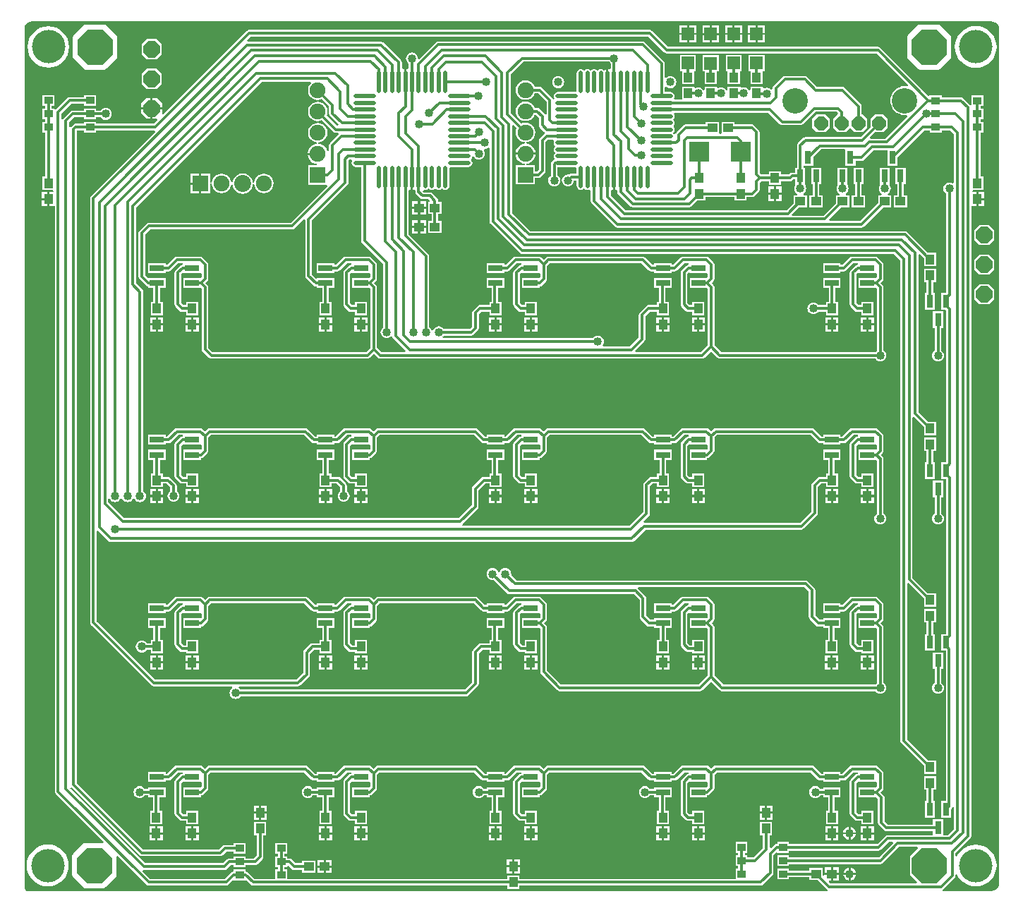
<source format=gtl>
G04 Layer_Physical_Order=1*
G04 Layer_Color=255*
%FSLAX42Y42*%
%MOMM*%
G71*
G01*
G75*
%ADD10R,1.05X1.20*%
%ADD11R,1.20X1.05*%
%ADD12R,0.80X1.60*%
%ADD13R,1.00X0.90*%
%ADD14O,2.67X0.56*%
%ADD15O,0.56X2.67*%
%ADD16R,2.40X2.40*%
%ADD17R,1.50X1.50*%
%ADD18R,1.66X0.79*%
%ADD19C,0.38*%
%ADD20P,2.16X8X292.5*%
%ADD21C,1.91*%
%ADD22R,1.91X1.91*%
%ADD23C,2.03*%
%ADD24P,1.79X8X292.5*%
%ADD25C,3.05*%
%ADD26R,1.91X1.91*%
%ADD27P,4.55X8X22.5*%
%ADD28C,4.00*%
%ADD29C,1.02*%
G36*
X11829Y12746D02*
X11842Y12737D01*
X11858Y12734D01*
X14379D01*
X14757Y12356D01*
X14753Y12346D01*
X14748Y12340D01*
X14717Y12343D01*
X14683Y12340D01*
X14650Y12330D01*
X14620Y12314D01*
X14594Y12292D01*
X14573Y12266D01*
X14557Y12236D01*
X14547Y12203D01*
X14543Y12169D01*
X14547Y12136D01*
X14557Y12103D01*
X14573Y12073D01*
X14594Y12047D01*
X14620Y12025D01*
X14650Y12009D01*
X14683Y11999D01*
X14717Y11996D01*
X14742Y11998D01*
X14750Y11981D01*
X14481Y11712D01*
X14305D01*
X14298Y11730D01*
X14364Y11796D01*
X14461D01*
X14513Y11847D01*
Y11950D01*
X14461Y12001D01*
X14358D01*
X14307Y11950D01*
Y11852D01*
X14187Y11732D01*
X13525D01*
X13509Y11729D01*
X13496Y11721D01*
X13433Y11658D01*
X13425Y11645D01*
X13422Y11629D01*
Y11364D01*
X13401D01*
Y11304D01*
X13363D01*
X13348Y11301D01*
X13335Y11292D01*
X13323Y11281D01*
X13232D01*
Y11321D01*
X13086D01*
Y11281D01*
X12994D01*
X12975Y11299D01*
Y11789D01*
X12972Y11804D01*
X12964Y11817D01*
X12910Y11870D01*
X12897Y11879D01*
X12882Y11882D01*
X12676D01*
Y11915D01*
X12516D01*
Y11775D01*
X12501Y11767D01*
X12486Y11775D01*
Y11915D01*
X12326D01*
Y11882D01*
X12087D01*
X12072Y11879D01*
X12058Y11870D01*
X11975Y11787D01*
X11966Y11774D01*
X11947Y11770D01*
X11938Y11779D01*
Y11787D01*
X11949Y11803D01*
X11953Y11822D01*
X11949Y11841D01*
X11943Y11849D01*
X11940Y11862D01*
X11943Y11875D01*
X11949Y11883D01*
X11953Y11902D01*
X11949Y11921D01*
X11943Y11929D01*
X11938Y11947D01*
X11949Y11963D01*
X11953Y11982D01*
X11949Y12001D01*
X11947Y12004D01*
X11956Y12022D01*
X13080D01*
X13217Y11885D01*
X13230Y11876D01*
X13245Y11873D01*
X13464D01*
X13479Y11876D01*
X13492Y11885D01*
X13643Y12036D01*
X13899D01*
X13916Y12019D01*
X13910Y12001D01*
X13908D01*
X13857Y11950D01*
Y11847D01*
X13908Y11796D01*
X14011D01*
X14060Y11844D01*
X14108Y11796D01*
X14211D01*
X14263Y11847D01*
Y11950D01*
X14211Y12001D01*
X14200D01*
Y12101D01*
X14197Y12116D01*
X14188Y12129D01*
X13995Y12323D01*
X13982Y12331D01*
X13966Y12334D01*
X13666D01*
X13548Y12452D01*
X13535Y12461D01*
X13519Y12464D01*
X13278D01*
X13263Y12461D01*
X13250Y12452D01*
X13141Y12343D01*
X13132Y12330D01*
X13129Y12315D01*
Y12308D01*
X13111Y12302D01*
X13110Y12303D01*
X13096Y12314D01*
X13078Y12321D01*
X13060Y12324D01*
X13041Y12321D01*
X13028Y12316D01*
X13011Y12324D01*
Y12338D01*
X12865D01*
Y12299D01*
X12849Y12295D01*
X12847Y12295D01*
X12836Y12309D01*
X12821Y12321D01*
X12804Y12328D01*
X12785Y12330D01*
X12767Y12328D01*
X12754Y12323D01*
X12736Y12331D01*
Y12338D01*
X12591D01*
Y12294D01*
X12573Y12290D01*
X12572Y12292D01*
X12561Y12307D01*
X12546Y12318D01*
X12529Y12325D01*
X12510Y12328D01*
X12491Y12325D01*
X12479Y12320D01*
X12461Y12328D01*
Y12335D01*
X12315D01*
Y12299D01*
X12303Y12294D01*
X12298Y12294D01*
X12287Y12307D01*
X12273Y12318D01*
X12255Y12325D01*
X12237Y12328D01*
X12218Y12325D01*
X12205Y12320D01*
X12188Y12328D01*
Y12335D01*
X12042D01*
Y12182D01*
X11956D01*
X11947Y12200D01*
X11949Y12203D01*
X11953Y12222D01*
X11949Y12241D01*
X11938Y12257D01*
X11922Y12267D01*
X11904Y12271D01*
X11838D01*
Y12330D01*
X11846Y12335D01*
X11856Y12338D01*
X11868Y12329D01*
X11885Y12321D01*
X11904Y12319D01*
X11923Y12321D01*
X11940Y12329D01*
X11955Y12340D01*
X11966Y12355D01*
X11973Y12372D01*
X11976Y12391D01*
X11973Y12409D01*
X11966Y12427D01*
X11955Y12441D01*
X11940Y12453D01*
X11923Y12460D01*
X11904Y12462D01*
X11885Y12460D01*
X11868Y12453D01*
X11856Y12444D01*
X11846Y12446D01*
X11838Y12451D01*
Y12613D01*
X11835Y12629D01*
X11827Y12642D01*
X11600Y12869D01*
X11587Y12877D01*
X11571Y12880D01*
X9120D01*
X9105Y12877D01*
X9092Y12869D01*
X8891Y12668D01*
X8878Y12674D01*
X8874Y12676D01*
X8872Y12694D01*
X8865Y12711D01*
X8853Y12726D01*
X8839Y12737D01*
X8821Y12745D01*
X8803Y12747D01*
X8784Y12745D01*
X8767Y12737D01*
X8752Y12726D01*
X8741Y12711D01*
X8733Y12694D01*
X8731Y12675D01*
X8733Y12657D01*
X8741Y12639D01*
X8752Y12625D01*
X8763Y12616D01*
Y12556D01*
X8745Y12547D01*
X8743Y12547D01*
X8735Y12549D01*
Y12392D01*
X8710D01*
Y12549D01*
X8702Y12547D01*
X8701Y12547D01*
X8683Y12556D01*
Y12627D01*
X8680Y12642D01*
X8671Y12655D01*
X8463Y12864D01*
X8450Y12872D01*
X8434Y12875D01*
X6829D01*
X6822Y12893D01*
X6866Y12937D01*
X11638D01*
X11829Y12746D01*
D02*
G37*
G36*
X11178Y12625D02*
X11188Y12616D01*
Y12556D01*
X11170Y12546D01*
X11169Y12547D01*
X11161Y12549D01*
Y12392D01*
X11135D01*
Y12549D01*
X11127Y12547D01*
X11118Y12541D01*
X11103Y12532D01*
X11087Y12543D01*
X11068Y12546D01*
X11049Y12543D01*
X11033Y12532D01*
X11015Y12537D01*
X11007Y12543D01*
X10988Y12546D01*
X10969Y12543D01*
X10961Y12537D01*
X10948Y12533D01*
X10935Y12537D01*
X10927Y12543D01*
X10908Y12546D01*
X10889Y12543D01*
X10881Y12537D01*
X10868Y12533D01*
X10855Y12537D01*
X10847Y12543D01*
X10828Y12546D01*
X10809Y12543D01*
X10793Y12532D01*
X10783Y12516D01*
X10779Y12497D01*
Y12286D01*
X10779Y12286D01*
X10764Y12271D01*
X10764Y12271D01*
X10553D01*
X10534Y12267D01*
X10518Y12257D01*
X10507Y12241D01*
X10504Y12222D01*
X10507Y12203D01*
X10512Y12195D01*
X10509Y12183D01*
X10493Y12185D01*
X10493Y12185D01*
X10485Y12198D01*
X10360Y12323D01*
X10347Y12331D01*
X10332Y12334D01*
X10273D01*
X10265Y12353D01*
X10247Y12377D01*
X10222Y12395D01*
X10194Y12407D01*
X10164Y12411D01*
X10134Y12407D01*
X10106Y12395D01*
X10082Y12377D01*
X10063Y12353D01*
X10051Y12324D01*
X10048Y12294D01*
X10051Y12264D01*
X10063Y12236D01*
X10082Y12212D01*
X10106Y12193D01*
X10134Y12182D01*
X10164Y12178D01*
X10194Y12182D01*
X10222Y12193D01*
X10247Y12212D01*
X10265Y12236D01*
X10273Y12254D01*
X10315D01*
X10416Y12153D01*
Y12007D01*
X10398Y12001D01*
X10396Y12005D01*
X10332Y12069D01*
X10319Y12077D01*
X10304Y12080D01*
X10273D01*
X10265Y12099D01*
X10247Y12123D01*
X10222Y12141D01*
X10194Y12153D01*
X10164Y12157D01*
X10134Y12153D01*
X10106Y12141D01*
X10082Y12123D01*
X10063Y12099D01*
X10051Y12070D01*
X10048Y12040D01*
X10051Y12010D01*
X10063Y11982D01*
X10082Y11958D01*
X10106Y11939D01*
X10134Y11928D01*
X10164Y11924D01*
X10194Y11928D01*
X10222Y11939D01*
X10247Y11958D01*
X10265Y11982D01*
X10271Y11996D01*
X10289Y11998D01*
X10327Y11960D01*
Y11873D01*
X10330Y11857D01*
X10339Y11844D01*
X10390Y11793D01*
X10393Y11791D01*
X10394Y11770D01*
X10339Y11716D01*
X10330Y11703D01*
X10327Y11687D01*
Y11343D01*
X10302Y11318D01*
X10280D01*
Y11394D01*
X10173D01*
X10172Y11412D01*
X10196Y11415D01*
X10225Y11427D01*
X10250Y11446D01*
X10269Y11471D01*
X10282Y11501D01*
X10284Y11520D01*
X10164D01*
X10044D01*
X10047Y11501D01*
X10059Y11471D01*
X10078Y11446D01*
X10103Y11427D01*
X10133Y11415D01*
X10156Y11412D01*
X10155Y11394D01*
X10049D01*
Y11163D01*
X10280D01*
Y11238D01*
X10319D01*
X10334Y11241D01*
X10347Y11250D01*
X10396Y11298D01*
X10404Y11311D01*
X10407Y11326D01*
Y11671D01*
X10439Y11702D01*
X10500D01*
X10509Y11684D01*
X10507Y11681D01*
X10504Y11662D01*
X10507Y11643D01*
X10518Y11627D01*
X10513Y11609D01*
X10507Y11601D01*
X10504Y11582D01*
X10507Y11563D01*
X10518Y11547D01*
Y11537D01*
X10507Y11521D01*
X10504Y11502D01*
X10507Y11483D01*
X10511Y11477D01*
X10511Y11472D01*
X10505Y11456D01*
X10496Y11450D01*
X10481Y11435D01*
X10472Y11422D01*
X10469Y11407D01*
Y11271D01*
X10459Y11263D01*
X10447Y11248D01*
X10440Y11231D01*
X10438Y11212D01*
X10440Y11194D01*
X10447Y11176D01*
X10459Y11161D01*
X10474Y11150D01*
X10491Y11143D01*
X10510Y11140D01*
X10528Y11143D01*
X10545Y11150D01*
X10560Y11161D01*
X10572Y11176D01*
X10579Y11194D01*
X10581Y11212D01*
X10579Y11231D01*
X10572Y11248D01*
X10560Y11263D01*
X10550Y11271D01*
Y11370D01*
X10553Y11373D01*
X10764D01*
X10764Y11373D01*
X10779Y11358D01*
X10779Y11357D01*
Y11292D01*
X10714D01*
X10698Y11289D01*
X10687Y11281D01*
X10673Y11283D01*
X10655Y11280D01*
X10637Y11273D01*
X10622Y11262D01*
X10611Y11247D01*
X10604Y11230D01*
X10601Y11211D01*
X10604Y11193D01*
X10611Y11175D01*
X10622Y11160D01*
X10637Y11149D01*
X10655Y11142D01*
X10673Y11139D01*
X10692Y11142D01*
X10709Y11149D01*
X10724Y11160D01*
X10735Y11175D01*
X10742Y11193D01*
X10745Y11211D01*
X10745Y11212D01*
X10779D01*
Y11146D01*
X10783Y11128D01*
X10793Y11112D01*
X10809Y11101D01*
X10828Y11097D01*
X10847Y11101D01*
X10863Y11112D01*
X10881Y11107D01*
X10889Y11101D01*
X10908Y11097D01*
X10927Y11101D01*
X10930Y11103D01*
X10948Y11094D01*
Y10962D01*
X10951Y10947D01*
X10960Y10934D01*
X11238Y10655D01*
X11251Y10647D01*
X11266Y10644D01*
X14199D01*
X14214Y10647D01*
X14228Y10655D01*
X14460Y10888D01*
X14556D01*
Y11034D01*
X14517D01*
X14513Y11050D01*
X14513Y11051D01*
X14527Y11062D01*
X14539Y11077D01*
X14546Y11095D01*
X14548Y11113D01*
X14546Y11132D01*
X14539Y11147D01*
X14537Y11164D01*
X14537Y11164D01*
X14537Y11164D01*
Y11364D01*
X14416D01*
Y11164D01*
X14416Y11164D01*
X14414Y11147D01*
X14407Y11132D01*
X14405Y11113D01*
X14407Y11095D01*
X14414Y11077D01*
X14426Y11062D01*
X14440Y11051D01*
X14440Y11050D01*
X14436Y11034D01*
X14396D01*
Y10937D01*
X14183Y10724D01*
X13813D01*
X13806Y10740D01*
X13954Y10888D01*
X14050D01*
Y11034D01*
X14010D01*
X14006Y11050D01*
X14006Y11051D01*
X14021Y11062D01*
X14032Y11077D01*
X14039Y11095D01*
X14042Y11113D01*
X14039Y11132D01*
X14033Y11147D01*
X14030Y11164D01*
X14030Y11164D01*
X14030Y11164D01*
Y11364D01*
X13910D01*
Y11164D01*
X13910Y11164D01*
X13907Y11147D01*
X13901Y11132D01*
X13898Y11113D01*
X13901Y11095D01*
X13908Y11077D01*
X13919Y11062D01*
X13934Y11051D01*
X13934Y11050D01*
X13930Y11034D01*
X13890D01*
Y10937D01*
X13740Y10788D01*
X13369D01*
X13362Y10804D01*
X13446Y10888D01*
X13542D01*
Y11034D01*
X13502D01*
X13498Y11050D01*
X13498Y11051D01*
X13512Y11062D01*
X13524Y11077D01*
X13531Y11095D01*
X13533Y11113D01*
X13531Y11132D01*
X13525Y11147D01*
X13522Y11164D01*
X13522Y11164D01*
X13522Y11164D01*
Y11364D01*
X13502D01*
Y11384D01*
X13617D01*
Y11488D01*
X13716Y11586D01*
X13988D01*
X14005Y11584D01*
Y11384D01*
X14125D01*
Y11444D01*
X14200D01*
X14216Y11447D01*
X14229Y11456D01*
X14344Y11571D01*
X14511D01*
Y11384D01*
X14632D01*
Y11488D01*
X14954Y11809D01*
X15018D01*
Y11784D01*
X15158D01*
Y11809D01*
X15263D01*
X15306Y11767D01*
Y11184D01*
X15288Y11175D01*
X15288Y11175D01*
X15270Y11182D01*
X15252Y11185D01*
X15233Y11182D01*
X15216Y11175D01*
X15201Y11164D01*
X15190Y11149D01*
X15182Y11132D01*
X15180Y11113D01*
X15182Y11095D01*
X15190Y11077D01*
X15201Y11062D01*
X15212Y11054D01*
Y9858D01*
X15149D01*
Y9657D01*
X15208D01*
X15212Y9654D01*
Y7826D01*
X15149D01*
Y7625D01*
X15211D01*
X15212Y7624D01*
Y5768D01*
X15149D01*
Y5568D01*
X15209D01*
Y3762D01*
X15149D01*
Y3561D01*
X15270D01*
Y3665D01*
X15278Y3673D01*
X15286Y3686D01*
X15288Y3693D01*
X15306Y3692D01*
Y3426D01*
X15235Y3355D01*
X15175D01*
Y3542D01*
X15054D01*
Y3482D01*
X14512D01*
X14473Y3521D01*
Y3809D01*
X14470Y3825D01*
X14461Y3838D01*
X14429Y3870D01*
X14450Y3891D01*
X14458Y3904D01*
X14461Y3920D01*
Y4093D01*
X14458Y4108D01*
X14450Y4121D01*
X14394Y4177D01*
X14381Y4186D01*
X14365Y4189D01*
X14083D01*
X14068Y4186D01*
X14055Y4177D01*
X13969Y4091D01*
X13946D01*
Y4110D01*
X13740D01*
Y4091D01*
X13717D01*
X13631Y4177D01*
X13618Y4186D01*
X13602Y4189D01*
X12448D01*
X12432Y4186D01*
X12419Y4177D01*
X12392Y4149D01*
X12364Y4177D01*
X12351Y4186D01*
X12336Y4189D01*
X12054D01*
X12038Y4186D01*
X12025Y4177D01*
X11939Y4091D01*
X11917D01*
Y4110D01*
X11710D01*
Y4091D01*
X11688D01*
X11601Y4177D01*
X11588Y4186D01*
X11573Y4189D01*
X10438D01*
X10423Y4186D01*
X10410Y4177D01*
X10383Y4149D01*
X10355Y4177D01*
X10342Y4186D01*
X10327Y4189D01*
X10045D01*
X10029Y4186D01*
X10016Y4177D01*
X9930Y4091D01*
X9908D01*
Y4110D01*
X9701D01*
Y4091D01*
X9678D01*
X9592Y4177D01*
X9579Y4186D01*
X9564Y4189D01*
X8399D01*
X8383Y4186D01*
X8370Y4177D01*
X8343Y4149D01*
X8315Y4177D01*
X8302Y4186D01*
X8287Y4189D01*
X8005D01*
X7990Y4186D01*
X7977Y4177D01*
X7891Y4091D01*
X7868D01*
Y4110D01*
X7661D01*
Y4091D01*
X7639D01*
X7553Y4177D01*
X7540Y4186D01*
X7524Y4189D01*
X6374D01*
X6359Y4186D01*
X6346Y4177D01*
X6319Y4149D01*
X6291Y4177D01*
X6278Y4186D01*
X6263Y4189D01*
X5981D01*
X5965Y4186D01*
X5952Y4177D01*
X5866Y4091D01*
X5844D01*
Y4110D01*
X5637D01*
Y3991D01*
X5844D01*
Y4010D01*
X5883D01*
X5898Y4013D01*
X5911Y4022D01*
X5997Y4108D01*
X6048D01*
X6048Y4091D01*
X6032Y4088D01*
X6019Y4079D01*
X5965Y4024D01*
X5956Y4011D01*
X5953Y3996D01*
Y3615D01*
X5956Y3600D01*
X5965Y3587D01*
X6015Y3537D01*
X6028Y3528D01*
X6043Y3525D01*
X6092D01*
Y3485D01*
X6238D01*
Y3646D01*
X6092D01*
Y3605D01*
X6060D01*
X6034Y3632D01*
Y3979D01*
X6050Y3996D01*
X6062Y3991D01*
Y3991D01*
X6269D01*
X6278Y3977D01*
Y3944D01*
X6269Y3930D01*
X6062D01*
Y3811D01*
X6269D01*
Y3830D01*
X6269D01*
X6285Y3833D01*
X6298Y3842D01*
X6347Y3891D01*
X6356Y3904D01*
X6359Y3920D01*
Y4076D01*
X6391Y4108D01*
X7508D01*
X7594Y4022D01*
X7607Y4013D01*
X7622Y4010D01*
X7661D01*
Y3991D01*
X7868D01*
Y4010D01*
X7907D01*
X7922Y4013D01*
X7936Y4022D01*
X8022Y4108D01*
X8072D01*
X8072Y4091D01*
X8057Y4088D01*
X8044Y4079D01*
X7989Y4024D01*
X7981Y4011D01*
X7978Y3996D01*
Y3615D01*
X7981Y3600D01*
X7989Y3587D01*
X8039Y3537D01*
X8052Y3528D01*
X8068Y3525D01*
X8117D01*
Y3485D01*
X8262D01*
Y3646D01*
X8117D01*
Y3605D01*
X8084D01*
X8058Y3632D01*
Y3979D01*
X8074Y3996D01*
X8086Y3991D01*
Y3991D01*
X8293D01*
X8303Y3977D01*
Y3944D01*
X8293Y3930D01*
X8086D01*
Y3811D01*
X8293D01*
Y3830D01*
X8294D01*
X8309Y3833D01*
X8322Y3842D01*
X8371Y3891D01*
X8380Y3904D01*
X8383Y3920D01*
Y4076D01*
X8415Y4108D01*
X9547D01*
X9633Y4022D01*
X9646Y4013D01*
X9662Y4010D01*
X9701D01*
Y3991D01*
X9908D01*
Y4010D01*
X9947D01*
X9962Y4013D01*
X9975Y4022D01*
X10061Y4108D01*
X10112D01*
X10112Y4091D01*
X10096Y4088D01*
X10083Y4079D01*
X10029Y4024D01*
X10020Y4011D01*
X10017Y3996D01*
Y3615D01*
X10020Y3600D01*
X10029Y3587D01*
X10079Y3537D01*
X10092Y3528D01*
X10107Y3525D01*
X10156D01*
Y3485D01*
X10302D01*
Y3646D01*
X10156D01*
Y3605D01*
X10124D01*
X10098Y3632D01*
Y3979D01*
X10114Y3996D01*
X10126Y3991D01*
Y3991D01*
X10333D01*
X10342Y3977D01*
Y3944D01*
X10333Y3930D01*
X10126D01*
Y3811D01*
X10333D01*
Y3830D01*
X10333D01*
X10349Y3833D01*
X10362Y3842D01*
X10411Y3891D01*
X10420Y3904D01*
X10423Y3920D01*
Y4076D01*
X10455Y4108D01*
X11556D01*
X11643Y4022D01*
X11656Y4013D01*
X11671Y4010D01*
X11710D01*
Y3991D01*
X11917D01*
Y4010D01*
X11956D01*
X11971Y4013D01*
X11984Y4022D01*
X12070Y4108D01*
X12121D01*
X12121Y4091D01*
X12106Y4088D01*
X12093Y4079D01*
X12038Y4024D01*
X12029Y4011D01*
X12026Y3996D01*
Y3615D01*
X12029Y3600D01*
X12038Y3587D01*
X12088Y3537D01*
X12101Y3528D01*
X12116Y3525D01*
X12166D01*
Y3485D01*
X12311D01*
Y3646D01*
X12166D01*
Y3605D01*
X12133D01*
X12107Y3632D01*
Y3979D01*
X12123Y3996D01*
X12135Y3991D01*
Y3991D01*
X12342D01*
X12352Y3977D01*
Y3944D01*
X12342Y3930D01*
X12135D01*
Y3811D01*
X12342D01*
Y3830D01*
X12342D01*
X12358Y3833D01*
X12371Y3842D01*
X12420Y3891D01*
X12429Y3904D01*
X12432Y3920D01*
Y4076D01*
X12464Y4108D01*
X13586D01*
X13672Y4022D01*
X13685Y4013D01*
X13700Y4010D01*
X13740D01*
Y3991D01*
X13946D01*
Y4010D01*
X13985D01*
X14001Y4013D01*
X14014Y4022D01*
X14100Y4108D01*
X14150D01*
X14150Y4091D01*
X14135Y4088D01*
X14122Y4079D01*
X14068Y4024D01*
X14059Y4011D01*
X14056Y3996D01*
Y3615D01*
X14059Y3600D01*
X14068Y3587D01*
X14117Y3537D01*
X14130Y3528D01*
X14146Y3525D01*
X14195D01*
Y3485D01*
X14341D01*
Y3646D01*
X14195D01*
Y3605D01*
X14162D01*
X14136Y3632D01*
Y3979D01*
X14152Y3996D01*
X14165Y3991D01*
Y3991D01*
X14371D01*
X14381Y3977D01*
Y3944D01*
X14371Y3930D01*
X14165D01*
Y3811D01*
X14371D01*
X14371Y3811D01*
Y3811D01*
X14385Y3801D01*
X14393Y3793D01*
Y3504D01*
X14396Y3489D01*
X14405Y3476D01*
X14467Y3413D01*
X14480Y3404D01*
X14496Y3401D01*
X15054D01*
Y3355D01*
X14510D01*
X14495Y3352D01*
X14482Y3344D01*
X14387Y3249D01*
X13327D01*
Y3274D01*
X13186D01*
Y3249D01*
X13179D01*
X13164Y3246D01*
X13151Y3237D01*
X13110Y3196D01*
X13092Y3204D01*
Y3353D01*
X13125D01*
Y3514D01*
X12979D01*
Y3353D01*
X13012D01*
Y3202D01*
X12898Y3089D01*
X12827D01*
Y3114D01*
X12796D01*
Y3143D01*
X12827D01*
Y3274D01*
X12686D01*
Y3143D01*
X12716D01*
Y3114D01*
X12686D01*
Y2983D01*
X12716D01*
Y2954D01*
X12686D01*
Y2830D01*
X10092D01*
Y2870D01*
X9946D01*
Y2829D01*
X7304D01*
Y2941D01*
X7274D01*
Y2971D01*
X7304D01*
Y2982D01*
X7322Y2989D01*
X7362Y2949D01*
X7375Y2940D01*
X7390Y2937D01*
X7484D01*
Y2905D01*
X7645D01*
Y3050D01*
X7484D01*
Y3018D01*
X7407D01*
X7360Y3064D01*
X7347Y3073D01*
X7332Y3076D01*
X7304D01*
Y3101D01*
X7274D01*
Y3131D01*
X7304D01*
Y3261D01*
X7164D01*
Y3131D01*
X7194D01*
Y3101D01*
X7164D01*
Y2971D01*
X7194D01*
Y2941D01*
X7164D01*
Y2829D01*
X6913D01*
X6837Y2904D01*
X6824Y2913D01*
X6809Y2916D01*
X6804D01*
Y2941D01*
X6664D01*
Y2916D01*
X6659D01*
X6644Y2913D01*
X6631Y2904D01*
X6556Y2830D01*
X5661D01*
X5568Y2922D01*
X5577Y2939D01*
X5584Y2937D01*
X6552D01*
X6568Y2940D01*
X6581Y2949D01*
X6627Y2996D01*
X6664D01*
Y2971D01*
X6804D01*
Y2996D01*
X6921D01*
X6936Y2999D01*
X6949Y3008D01*
X7007Y3066D01*
X7016Y3079D01*
X7019Y3094D01*
Y3353D01*
X7054D01*
Y3514D01*
X6909D01*
Y3353D01*
X6939D01*
Y3111D01*
X6904Y3076D01*
X6804D01*
Y3101D01*
X6664D01*
Y3076D01*
X6611D01*
X6595Y3073D01*
X6582Y3064D01*
X6536Y3018D01*
X5601D01*
X4700Y3919D01*
X4700Y3920D01*
X4720Y3925D01*
X5531Y3114D01*
X5544Y3106D01*
X5559Y3102D01*
X6504D01*
X6519Y3106D01*
X6532Y3114D01*
X6574Y3156D01*
X6664D01*
Y3131D01*
X6804D01*
Y3261D01*
X6664D01*
Y3236D01*
X6557D01*
X6542Y3233D01*
X6529Y3224D01*
X6487Y3183D01*
X5576D01*
X4781Y3977D01*
Y11810D01*
X4869D01*
Y11784D01*
X5010D01*
Y11810D01*
X5711D01*
X5719Y11792D01*
X4952Y11025D01*
X4943Y11012D01*
X4940Y10996D01*
Y5904D01*
X4943Y5888D01*
X4952Y5875D01*
X5675Y5151D01*
X5688Y5143D01*
X5704Y5140D01*
X6641D01*
X6648Y5124D01*
X6648Y5122D01*
X6634Y5111D01*
X6622Y5096D01*
X6615Y5079D01*
X6613Y5060D01*
X6615Y5042D01*
X6622Y5024D01*
X6634Y5010D01*
X6648Y4998D01*
X6666Y4991D01*
X6684Y4989D01*
X6703Y4991D01*
X6720Y4998D01*
X6735Y5010D01*
X6743Y5020D01*
X9452D01*
X9467Y5023D01*
X9480Y5032D01*
X9593Y5145D01*
X9602Y5158D01*
X9605Y5173D01*
Y5534D01*
X9648Y5577D01*
X9731D01*
Y5537D01*
X9877D01*
Y5698D01*
X9837D01*
Y5838D01*
X9908D01*
Y5957D01*
X9701D01*
Y5838D01*
X9757D01*
Y5698D01*
X9731D01*
Y5658D01*
X9632D01*
X9616Y5655D01*
X9603Y5646D01*
X9536Y5579D01*
X9528Y5566D01*
X9525Y5551D01*
Y5190D01*
X9435Y5100D01*
X6743D01*
X6735Y5111D01*
X6721Y5122D01*
X6721Y5124D01*
X6728Y5140D01*
X7434D01*
X7449Y5143D01*
X7462Y5151D01*
X7566Y5255D01*
X7575Y5268D01*
X7578Y5284D01*
Y5531D01*
X7624Y5577D01*
X7692D01*
Y5537D01*
X7837D01*
Y5698D01*
X7805D01*
Y5838D01*
X7868D01*
Y5957D01*
X7661D01*
Y5838D01*
X7725D01*
Y5698D01*
X7692D01*
Y5658D01*
X7607D01*
X7592Y5655D01*
X7579Y5646D01*
X7509Y5576D01*
X7501Y5563D01*
X7498Y5548D01*
Y5300D01*
X7417Y5220D01*
X5720D01*
X5020Y5920D01*
Y6997D01*
X5038Y7005D01*
X5159Y6884D01*
X5172Y6875D01*
X5188Y6872D01*
X11439D01*
X11455Y6875D01*
X11468Y6884D01*
X11603Y7019D01*
X13474D01*
X13489Y7022D01*
X13502Y7031D01*
X13662Y7191D01*
X13671Y7204D01*
X13674Y7219D01*
Y7530D01*
X13717Y7574D01*
X13770D01*
Y7534D01*
X13916D01*
Y7694D01*
X13875D01*
Y7859D01*
X13946D01*
Y7979D01*
X13740D01*
Y7859D01*
X13795D01*
Y7694D01*
X13770D01*
Y7654D01*
X13701D01*
X13685Y7651D01*
X13672Y7642D01*
X13605Y7575D01*
X13597Y7562D01*
X13594Y7547D01*
Y7236D01*
X13457Y7099D01*
X11587D01*
X11586Y7100D01*
X11578Y7116D01*
X11645Y7183D01*
X11654Y7196D01*
X11657Y7212D01*
Y7540D01*
X11690Y7574D01*
X11741D01*
Y7534D01*
X11886D01*
Y7694D01*
X11854D01*
Y7859D01*
X11917D01*
Y7979D01*
X11710D01*
Y7859D01*
X11773D01*
Y7694D01*
X11741D01*
Y7654D01*
X11674D01*
X11659Y7651D01*
X11645Y7642D01*
X11589Y7586D01*
X11580Y7572D01*
X11577Y7557D01*
Y7228D01*
X11412Y7064D01*
X9410D01*
X9408Y7067D01*
X9410Y7089D01*
X9590Y7270D01*
X9599Y7283D01*
X9602Y7298D01*
Y7495D01*
X9680Y7573D01*
X9731D01*
Y7534D01*
X9877D01*
Y7694D01*
X9837D01*
Y7859D01*
X9908D01*
Y7979D01*
X9701D01*
Y7859D01*
X9757D01*
Y7694D01*
X9731D01*
Y7653D01*
X9664D01*
X9648Y7650D01*
X9635Y7641D01*
X9534Y7540D01*
X9525Y7527D01*
X9522Y7511D01*
Y7315D01*
X9365Y7158D01*
X5347D01*
X5157Y7348D01*
Y7388D01*
X5175Y7391D01*
X5177Y7387D01*
X5188Y7372D01*
X5203Y7360D01*
X5220Y7353D01*
X5239Y7351D01*
X5258Y7353D01*
X5275Y7360D01*
X5290Y7372D01*
X5301Y7387D01*
X5304Y7394D01*
X5324D01*
X5327Y7387D01*
X5338Y7372D01*
X5353Y7360D01*
X5370Y7353D01*
X5389Y7351D01*
X5407Y7353D01*
X5425Y7360D01*
X5440Y7372D01*
X5451Y7387D01*
X5454Y7394D01*
X5473D01*
X5477Y7387D01*
X5488Y7372D01*
X5503Y7360D01*
X5520Y7353D01*
X5539Y7351D01*
X5557Y7353D01*
X5575Y7360D01*
X5589Y7372D01*
X5601Y7387D01*
X5608Y7404D01*
X5610Y7423D01*
X5608Y7441D01*
X5601Y7458D01*
X5589Y7473D01*
X5579Y7481D01*
Y9874D01*
X5576Y9889D01*
X5567Y9902D01*
X5493Y9977D01*
Y10888D01*
X6998Y12394D01*
X7586D01*
X7592Y12376D01*
X7590Y12374D01*
X7571Y12350D01*
X7560Y12322D01*
X7556Y12292D01*
X7560Y12262D01*
X7571Y12233D01*
X7590Y12209D01*
X7614Y12191D01*
X7642Y12179D01*
X7672Y12175D01*
X7703Y12179D01*
X7721Y12187D01*
X7807Y12100D01*
Y12015D01*
X7811Y11999D01*
X7819Y11986D01*
X7922Y11883D01*
X7916Y11866D01*
X7902Y11865D01*
X7777Y11989D01*
X7785Y12008D01*
X7789Y12038D01*
X7785Y12068D01*
X7773Y12096D01*
X7755Y12120D01*
X7731Y12139D01*
X7703Y12150D01*
X7672Y12154D01*
X7642Y12150D01*
X7614Y12139D01*
X7590Y12120D01*
X7571Y12096D01*
X7560Y12068D01*
X7556Y12038D01*
X7560Y12008D01*
X7571Y11979D01*
X7590Y11955D01*
X7614Y11937D01*
X7642Y11925D01*
X7672Y11921D01*
X7703Y11925D01*
X7721Y11933D01*
X7860Y11793D01*
X7873Y11785D01*
X7888Y11782D01*
X7916D01*
X7923Y11764D01*
X7819Y11660D01*
X7811Y11647D01*
X7807Y11631D01*
Y11564D01*
X7790Y11561D01*
X7778Y11591D01*
X7758Y11616D01*
X7733Y11635D01*
X7704Y11647D01*
X7682Y11650D01*
X7681Y11650D01*
Y11668D01*
X7682Y11668D01*
X7703Y11671D01*
X7731Y11683D01*
X7755Y11701D01*
X7773Y11725D01*
X7785Y11754D01*
X7789Y11784D01*
X7785Y11814D01*
X7773Y11842D01*
X7755Y11866D01*
X7731Y11885D01*
X7703Y11896D01*
X7672Y11900D01*
X7642Y11896D01*
X7614Y11885D01*
X7590Y11866D01*
X7571Y11842D01*
X7560Y11814D01*
X7556Y11784D01*
X7560Y11754D01*
X7571Y11725D01*
X7590Y11701D01*
X7614Y11683D01*
X7642Y11671D01*
X7663Y11668D01*
X7664Y11668D01*
Y11650D01*
X7663Y11650D01*
X7641Y11647D01*
X7612Y11635D01*
X7586Y11616D01*
X7567Y11591D01*
X7555Y11561D01*
X7552Y11542D01*
X7672D01*
Y11517D01*
X7552D01*
X7555Y11498D01*
X7567Y11469D01*
X7586Y11444D01*
X7612Y11424D01*
X7641Y11412D01*
X7664Y11409D01*
X7663Y11391D01*
X7557D01*
Y11160D01*
X7780D01*
X7787Y11142D01*
X7348Y10704D01*
X5645D01*
X5630Y10701D01*
X5617Y10692D01*
X5533Y10608D01*
X5525Y10595D01*
X5521Y10580D01*
Y10056D01*
X5525Y10041D01*
X5533Y10028D01*
X5611Y9951D01*
X5624Y9942D01*
X5637Y9939D01*
Y9919D01*
X5700D01*
Y9754D01*
X5667D01*
Y9594D01*
X5813D01*
Y9754D01*
X5780D01*
Y9919D01*
X5844D01*
Y10039D01*
X5637D01*
X5637Y10039D01*
Y10039D01*
X5625Y10050D01*
X5602Y10073D01*
Y10563D01*
X5662Y10623D01*
X7365D01*
X7380Y10626D01*
X7393Y10635D01*
X7504Y10746D01*
X7522Y10738D01*
Y10067D01*
X7525Y10052D01*
X7533Y10039D01*
X7621Y9951D01*
X7634Y9942D01*
X7649Y9939D01*
X7661D01*
Y9919D01*
X7725D01*
Y9754D01*
X7692D01*
Y9594D01*
X7837D01*
Y9754D01*
X7805D01*
Y9919D01*
X7868D01*
Y10039D01*
X7661D01*
Y10039D01*
X7651Y10035D01*
X7602Y10084D01*
Y10729D01*
X8028Y11156D01*
X8037Y11169D01*
X8040Y11184D01*
Y11450D01*
X8052Y11462D01*
X8074D01*
X8084Y11444D01*
X8082Y11441D01*
X8078Y11422D01*
X8082Y11403D01*
X8092Y11387D01*
X8108Y11376D01*
X8127Y11373D01*
X8193D01*
Y10489D01*
X8196Y10474D01*
X8204Y10461D01*
X8458Y10207D01*
Y9447D01*
X8447Y9439D01*
X8436Y9424D01*
X8429Y9407D01*
X8426Y9388D01*
X8429Y9370D01*
X8436Y9353D01*
X8447Y9338D01*
X8462Y9326D01*
X8479Y9319D01*
X8498Y9317D01*
X8516Y9319D01*
X8534Y9326D01*
X8549Y9338D01*
X8550Y9339D01*
X8569Y9335D01*
X8570Y9327D01*
X8579Y9314D01*
X8725Y9168D01*
X8718Y9152D01*
X8436D01*
X8383Y9204D01*
Y9930D01*
X8380Y9945D01*
X8371Y9958D01*
X8350Y9979D01*
X8371Y10000D01*
X8380Y10013D01*
X8383Y10029D01*
Y10201D01*
X8380Y10217D01*
X8371Y10230D01*
X8315Y10286D01*
X8302Y10294D01*
X8287Y10297D01*
X8005D01*
X7990Y10294D01*
X7977Y10286D01*
X7891Y10199D01*
X7868D01*
Y10219D01*
X7661D01*
Y10099D01*
X7868D01*
Y10119D01*
X7907D01*
X7922Y10122D01*
X7936Y10131D01*
X8022Y10217D01*
X8072D01*
X8072Y10199D01*
X8057Y10196D01*
X8044Y10188D01*
X7989Y10133D01*
X7981Y10120D01*
X7978Y10105D01*
Y9724D01*
X7981Y9708D01*
X7989Y9695D01*
X8039Y9646D01*
X8052Y9637D01*
X8068Y9634D01*
X8117D01*
Y9594D01*
X8262D01*
Y9754D01*
X8117D01*
Y9714D01*
X8084D01*
X8058Y9740D01*
Y10088D01*
X8074Y10104D01*
X8086Y10099D01*
Y10099D01*
X8293D01*
X8303Y10086D01*
Y10053D01*
X8293Y10039D01*
X8086D01*
Y9919D01*
X8293D01*
X8303Y9906D01*
Y9204D01*
X8250Y9152D01*
X6411D01*
X6359Y9204D01*
Y9930D01*
X6356Y9945D01*
X6347Y9958D01*
X6326Y9979D01*
X6347Y10000D01*
X6356Y10013D01*
X6359Y10029D01*
Y10201D01*
X6356Y10217D01*
X6347Y10230D01*
X6291Y10286D01*
X6278Y10294D01*
X6263Y10297D01*
X5981D01*
X5965Y10294D01*
X5952Y10286D01*
X5866Y10199D01*
X5844D01*
Y10219D01*
X5637D01*
Y10099D01*
X5844D01*
Y10119D01*
X5883D01*
X5898Y10122D01*
X5911Y10131D01*
X5997Y10217D01*
X6048D01*
X6048Y10199D01*
X6032Y10196D01*
X6019Y10188D01*
X5965Y10133D01*
X5956Y10120D01*
X5953Y10105D01*
Y9724D01*
X5956Y9708D01*
X5965Y9695D01*
X6015Y9646D01*
X6028Y9637D01*
X6043Y9634D01*
X6092D01*
Y9594D01*
X6238D01*
Y9754D01*
X6092D01*
Y9714D01*
X6060D01*
X6034Y9740D01*
Y10088D01*
X6050Y10104D01*
X6062Y10099D01*
Y10099D01*
X6269D01*
X6278Y10086D01*
Y10053D01*
X6269Y10039D01*
X6062D01*
Y9919D01*
X6269D01*
X6278Y9906D01*
Y9188D01*
X6281Y9172D01*
X6290Y9159D01*
X6366Y9083D01*
X6379Y9075D01*
X6395Y9071D01*
X8267D01*
X8282Y9075D01*
X8295Y9083D01*
X8343Y9131D01*
X8391Y9083D01*
X8404Y9075D01*
X8419Y9071D01*
X12285D01*
X12300Y9075D01*
X12313Y9083D01*
X12392Y9162D01*
X12470Y9083D01*
X12483Y9075D01*
X12498Y9071D01*
X14362D01*
X14370Y9061D01*
X14385Y9049D01*
X14403Y9042D01*
X14421Y9040D01*
X14440Y9042D01*
X14457Y9049D01*
X14472Y9061D01*
X14483Y9076D01*
X14490Y9093D01*
X14493Y9112D01*
X14490Y9130D01*
X14483Y9147D01*
X14472Y9162D01*
X14461Y9170D01*
Y9930D01*
X14458Y9945D01*
X14450Y9958D01*
X14429Y9979D01*
X14450Y10000D01*
X14458Y10013D01*
X14461Y10029D01*
Y10201D01*
X14458Y10217D01*
X14450Y10230D01*
X14394Y10286D01*
X14381Y10294D01*
X14365Y10297D01*
X14083D01*
X14068Y10294D01*
X14055Y10286D01*
X13969Y10199D01*
X13946D01*
Y10219D01*
X13740D01*
Y10099D01*
X13946D01*
Y10119D01*
X13985D01*
X14001Y10122D01*
X14014Y10131D01*
X14100Y10217D01*
X14150D01*
X14150Y10199D01*
X14135Y10196D01*
X14122Y10188D01*
X14068Y10133D01*
X14059Y10120D01*
X14056Y10105D01*
Y9724D01*
X14059Y9708D01*
X14068Y9695D01*
X14117Y9646D01*
X14130Y9637D01*
X14146Y9634D01*
X14195D01*
Y9594D01*
X14341D01*
Y9754D01*
X14195D01*
Y9714D01*
X14162D01*
X14136Y9740D01*
Y10088D01*
X14152Y10104D01*
X14165Y10099D01*
Y10099D01*
X14371D01*
X14381Y10086D01*
Y10053D01*
X14371Y10039D01*
X14165D01*
Y9919D01*
X14371D01*
X14381Y9906D01*
Y9170D01*
X14370Y9162D01*
X14362Y9152D01*
X12515D01*
X12432Y9235D01*
Y9930D01*
X12429Y9945D01*
X12420Y9958D01*
X12399Y9979D01*
X12420Y10000D01*
X12429Y10013D01*
X12432Y10029D01*
Y10201D01*
X12429Y10217D01*
X12420Y10230D01*
X12364Y10286D01*
X12351Y10294D01*
X12336Y10297D01*
X12054D01*
X12038Y10294D01*
X12025Y10286D01*
X11939Y10199D01*
X11917D01*
Y10219D01*
X11710D01*
Y10199D01*
X11688D01*
X11601Y10286D01*
X11588Y10294D01*
X11573Y10297D01*
X10438D01*
X10423Y10294D01*
X10410Y10286D01*
X10383Y10258D01*
X10355Y10286D01*
X10342Y10294D01*
X10327Y10297D01*
X10045D01*
X10029Y10294D01*
X10016Y10286D01*
X9930Y10199D01*
X9908D01*
Y10219D01*
X9701D01*
Y10099D01*
X9908D01*
Y10119D01*
X9947D01*
X9962Y10122D01*
X9975Y10131D01*
X10061Y10217D01*
X10112D01*
X10112Y10199D01*
X10096Y10196D01*
X10083Y10188D01*
X10029Y10133D01*
X10020Y10120D01*
X10017Y10105D01*
Y9724D01*
X10020Y9708D01*
X10029Y9695D01*
X10079Y9646D01*
X10092Y9637D01*
X10107Y9634D01*
X10156D01*
Y9594D01*
X10302D01*
Y9754D01*
X10156D01*
Y9714D01*
X10124D01*
X10098Y9740D01*
Y10088D01*
X10114Y10104D01*
X10126Y10099D01*
Y10099D01*
X10333D01*
X10342Y10086D01*
Y10053D01*
X10333Y10039D01*
X10126D01*
Y9919D01*
X10333D01*
Y9939D01*
X10333D01*
X10349Y9942D01*
X10362Y9951D01*
X10411Y10000D01*
X10420Y10013D01*
X10423Y10029D01*
Y10185D01*
X10455Y10217D01*
X11556D01*
X11643Y10131D01*
X11656Y10122D01*
X11671Y10119D01*
X11710D01*
Y10099D01*
X11917D01*
Y10119D01*
X11956D01*
X11971Y10122D01*
X11984Y10131D01*
X12070Y10217D01*
X12121D01*
X12121Y10199D01*
X12106Y10196D01*
X12093Y10188D01*
X12038Y10133D01*
X12029Y10120D01*
X12026Y10105D01*
Y9724D01*
X12029Y9708D01*
X12038Y9695D01*
X12088Y9646D01*
X12101Y9637D01*
X12116Y9634D01*
X12166D01*
Y9594D01*
X12311D01*
Y9754D01*
X12166D01*
Y9714D01*
X12133D01*
X12107Y9740D01*
Y10088D01*
X12123Y10104D01*
X12135Y10099D01*
Y10099D01*
X12342D01*
X12352Y10086D01*
Y10053D01*
X12342Y10039D01*
X12135D01*
Y9919D01*
X12342D01*
X12352Y9906D01*
Y9235D01*
X12268Y9152D01*
X11488D01*
X11481Y9168D01*
X11592Y9279D01*
X11601Y9292D01*
X11604Y9307D01*
Y9580D01*
X11657Y9634D01*
X11741D01*
Y9594D01*
X11886D01*
Y9754D01*
X11846D01*
Y9919D01*
X11917D01*
Y10039D01*
X11710D01*
Y9919D01*
X11766D01*
Y9754D01*
X11741D01*
Y9714D01*
X11641D01*
X11625Y9711D01*
X11612Y9702D01*
X11535Y9625D01*
X11527Y9612D01*
X11523Y9597D01*
Y9324D01*
X11415Y9215D01*
X11098D01*
X11089Y9233D01*
X11095Y9241D01*
X11102Y9258D01*
X11105Y9277D01*
X11102Y9295D01*
X11095Y9313D01*
X11083Y9327D01*
X11069Y9339D01*
X11051Y9346D01*
X11033Y9348D01*
X11014Y9346D01*
X10997Y9339D01*
X10982Y9327D01*
X10974Y9317D01*
X9175D01*
X9169Y9335D01*
X9173Y9338D01*
X9182Y9348D01*
X9514D01*
X9529Y9351D01*
X9542Y9360D01*
X9593Y9411D01*
X9602Y9424D01*
X9605Y9439D01*
Y9606D01*
X9633Y9634D01*
X9731D01*
Y9594D01*
X9877D01*
Y9754D01*
X9837D01*
Y9919D01*
X9908D01*
Y10039D01*
X9701D01*
Y9919D01*
X9757D01*
Y9754D01*
X9731D01*
Y9714D01*
X9616D01*
X9601Y9711D01*
X9588Y9702D01*
X9536Y9651D01*
X9528Y9638D01*
X9525Y9622D01*
Y9456D01*
X9497Y9429D01*
X9182D01*
X9173Y9439D01*
X9159Y9451D01*
X9141Y9458D01*
X9123Y9460D01*
X9104Y9458D01*
X9087Y9451D01*
X9072Y9439D01*
X9061Y9424D01*
X9056Y9413D01*
X9037D01*
X9032Y9424D01*
X9021Y9439D01*
X9010Y9447D01*
Y10300D01*
X9007Y10316D01*
X8999Y10329D01*
X8763Y10565D01*
Y11087D01*
X8781Y11097D01*
X8782Y11096D01*
X8790Y11095D01*
Y11252D01*
X8815D01*
Y11095D01*
X8823Y11096D01*
X8825Y11097D01*
X8843Y11087D01*
Y11074D01*
X8846Y11058D01*
X8854Y11045D01*
X8901Y10998D01*
X8914Y10990D01*
X8930Y10987D01*
X9002D01*
X9017Y10971D01*
X9011Y10955D01*
X8998D01*
Y10809D01*
X9038D01*
Y10726D01*
X8998D01*
Y10581D01*
X9158D01*
Y10726D01*
X9118D01*
Y10809D01*
X9158D01*
Y10955D01*
X9118D01*
Y10967D01*
X9115Y10983D01*
X9106Y10996D01*
X9047Y11055D01*
X9034Y11064D01*
X9019Y11067D01*
X8946D01*
X8934Y11079D01*
X8935Y11086D01*
X8936Y11088D01*
X8955Y11099D01*
X8963Y11097D01*
X8981Y11101D01*
X8990Y11107D01*
X9008Y11112D01*
X9024Y11101D01*
X9043Y11097D01*
X9061Y11101D01*
X9070Y11107D01*
X9083Y11110D01*
X9095Y11107D01*
X9104Y11101D01*
X9123Y11097D01*
X9141Y11101D01*
X9157Y11112D01*
X9175Y11107D01*
X9184Y11101D01*
X9203Y11097D01*
X9221Y11101D01*
X9237Y11112D01*
X9248Y11128D01*
X9252Y11146D01*
Y11357D01*
X9252Y11358D01*
X9267Y11373D01*
X9267Y11373D01*
X9478D01*
X9497Y11376D01*
X9513Y11387D01*
X9524Y11403D01*
X9527Y11422D01*
X9524Y11441D01*
X9518Y11449D01*
X9514Y11462D01*
X9518Y11475D01*
X9524Y11483D01*
X9525Y11493D01*
X9539Y11495D01*
X9544Y11495D01*
X9555Y11482D01*
X9569Y11470D01*
X9587Y11463D01*
X9605Y11460D01*
X9624Y11463D01*
X9641Y11470D01*
X9656Y11482D01*
X9667Y11496D01*
X9675Y11514D01*
X9677Y11532D01*
X9675Y11551D01*
X9667Y11568D01*
X9663Y11574D01*
X9673Y11590D01*
X9674Y11590D01*
X9692Y11592D01*
X9710Y11600D01*
X9718Y11606D01*
X9735Y11597D01*
Y10717D01*
X9738Y10702D01*
X9747Y10689D01*
X10095Y10341D01*
X10108Y10332D01*
X10123Y10329D01*
X14582D01*
X14663Y10248D01*
Y4486D01*
X14666Y4471D01*
X14675Y4458D01*
X14947Y4186D01*
Y4089D01*
X15092D01*
Y4250D01*
X14996D01*
X14743Y4503D01*
Y6373D01*
X14760Y6380D01*
X14947Y6192D01*
Y6096D01*
X15092D01*
Y6257D01*
X14996D01*
X14809Y6443D01*
Y8362D01*
X14827Y8370D01*
X14947Y8250D01*
Y8153D01*
X15092D01*
Y8314D01*
X14996D01*
X14878Y8432D01*
Y10321D01*
X14896Y10328D01*
X14947Y10277D01*
Y10180D01*
X15092D01*
Y10341D01*
X14996D01*
X14747Y10590D01*
X14734Y10599D01*
X14718Y10602D01*
X10221D01*
X10003Y10820D01*
Y11865D01*
X10021Y11873D01*
X10059Y11835D01*
X10051Y11816D01*
X10048Y11786D01*
X10051Y11756D01*
X10063Y11728D01*
X10082Y11704D01*
X10106Y11685D01*
X10134Y11674D01*
X10156Y11671D01*
Y11653D01*
X10133Y11650D01*
X10103Y11638D01*
X10078Y11618D01*
X10059Y11593D01*
X10047Y11564D01*
X10044Y11545D01*
X10164D01*
X10284D01*
X10282Y11564D01*
X10269Y11593D01*
X10250Y11618D01*
X10225Y11638D01*
X10196Y11650D01*
X10172Y11653D01*
Y11671D01*
X10194Y11674D01*
X10222Y11685D01*
X10247Y11704D01*
X10265Y11728D01*
X10277Y11756D01*
X10281Y11786D01*
X10277Y11816D01*
X10265Y11845D01*
X10247Y11869D01*
X10222Y11887D01*
X10194Y11899D01*
X10164Y11903D01*
X10134Y11899D01*
X10116Y11891D01*
X9988Y12019D01*
Y12486D01*
X10138Y12635D01*
X11170D01*
X11178Y12625D01*
D02*
G37*
G36*
X15779Y13117D02*
X15801Y13108D01*
X15821Y13093D01*
X15836Y13073D01*
X15845Y13051D01*
X15848Y13027D01*
X15848Y13027D01*
Y12817D01*
Y3054D01*
Y2777D01*
X15848Y2776D01*
X15845Y2753D01*
X15836Y2730D01*
X15821Y2711D01*
X15801Y2696D01*
X15779Y2687D01*
X15755Y2683D01*
X15755Y2684D01*
X15612D01*
X15612Y2684D01*
X15612Y2684D01*
X15174Y2683D01*
X15173Y2686D01*
X15171Y2701D01*
X15181Y2708D01*
X15313Y2840D01*
X15322Y2853D01*
X15325Y2868D01*
Y2879D01*
X15343Y2884D01*
X15360Y2851D01*
X15391Y2813D01*
X15429Y2782D01*
X15473Y2759D01*
X15520Y2745D01*
X15569Y2740D01*
X15618Y2745D01*
X15665Y2759D01*
X15708Y2782D01*
X15746Y2813D01*
X15777Y2851D01*
X15800Y2895D01*
X15815Y2942D01*
X15819Y2990D01*
X15815Y3039D01*
X15800Y3086D01*
X15777Y3130D01*
X15746Y3168D01*
X15708Y3199D01*
X15665Y3222D01*
X15618Y3236D01*
X15569Y3241D01*
X15520Y3236D01*
X15473Y3222D01*
X15429Y3199D01*
X15391Y3168D01*
X15360Y3130D01*
X15343Y3097D01*
X15325Y3102D01*
Y3136D01*
X15501Y3312D01*
X15510Y3325D01*
X15513Y3341D01*
Y10901D01*
X15575D01*
Y10986D01*
Y11072D01*
X15527D01*
X15523Y11078D01*
X15530Y11094D01*
X15532Y11096D01*
X15661D01*
Y11256D01*
X15628D01*
Y11784D01*
X15658D01*
Y11915D01*
X15628D01*
Y11944D01*
X15658D01*
Y12075D01*
X15628D01*
Y12104D01*
X15658D01*
Y12235D01*
X15518D01*
Y12121D01*
X15505Y12116D01*
X15500Y12115D01*
X15418Y12198D01*
X15405Y12207D01*
X15389Y12210D01*
X15158D01*
Y12235D01*
X15018D01*
Y12234D01*
X15000Y12227D01*
X14424Y12803D01*
X14411Y12811D01*
X14396Y12814D01*
X11874D01*
X11683Y13006D01*
X11670Y13015D01*
X11655Y13018D01*
X6849D01*
X6834Y13015D01*
X6821Y13006D01*
X5817Y12002D01*
X5804Y12014D01*
Y12063D01*
X5691D01*
Y11950D01*
X5740D01*
X5752Y11937D01*
X5705Y11890D01*
X5010D01*
Y11915D01*
X4869D01*
Y11890D01*
X4763D01*
X4748Y11887D01*
X4735Y11878D01*
X4713Y11856D01*
X4708Y11848D01*
X4690Y11854D01*
Y11910D01*
X4749Y11970D01*
X4869D01*
Y11944D01*
X5010D01*
Y11970D01*
X5068D01*
X5076Y11959D01*
X5090Y11948D01*
X5108Y11940D01*
X5126Y11938D01*
X5145Y11940D01*
X5162Y11948D01*
X5177Y11959D01*
X5188Y11974D01*
X5196Y11991D01*
X5198Y12010D01*
X5196Y12028D01*
X5188Y12046D01*
X5177Y12060D01*
X5162Y12072D01*
X5145Y12079D01*
X5126Y12082D01*
X5108Y12079D01*
X5090Y12072D01*
X5076Y12060D01*
X5068Y12050D01*
X5010D01*
Y12075D01*
X4869D01*
Y12050D01*
X4733D01*
X4717Y12047D01*
X4704Y12038D01*
X4621Y11955D01*
X4613Y11942D01*
X4595Y11945D01*
Y12013D01*
X4711Y12130D01*
X4869D01*
Y12104D01*
X5010D01*
Y12235D01*
X4869D01*
Y12210D01*
X4695D01*
X4679Y12207D01*
X4666Y12198D01*
X4528Y12060D01*
X4523Y12060D01*
X4510Y12065D01*
Y12075D01*
X4480D01*
Y12104D01*
X4510D01*
Y12235D01*
X4369D01*
Y12104D01*
X4399D01*
Y12075D01*
X4369D01*
Y11944D01*
X4399D01*
Y11915D01*
X4369D01*
Y11784D01*
X4399D01*
Y11255D01*
X4367D01*
Y11095D01*
X4496Y11095D01*
X4505Y11077D01*
X4500Y11071D01*
X4452D01*
Y10985D01*
Y10900D01*
X4515D01*
Y3879D01*
X4518Y3864D01*
X4526Y3851D01*
X5102Y3275D01*
X5095Y3258D01*
X4873D01*
X4860Y3255D01*
X4849Y3248D01*
X4735Y3133D01*
X4728Y3122D01*
X4725Y3110D01*
Y2873D01*
X4728Y2860D01*
X4735Y2850D01*
X4855Y2730D01*
X4865Y2723D01*
X4878Y2720D01*
X5102D01*
X5115Y2723D01*
X5126Y2730D01*
X5245Y2850D01*
X5252Y2860D01*
X5255Y2873D01*
Y3097D01*
X5273Y3105D01*
X5616Y2761D01*
X5629Y2752D01*
X5645Y2749D01*
X6573D01*
X6588Y2752D01*
X6601Y2761D01*
X6654Y2815D01*
X6664Y2811D01*
Y2811D01*
X6804D01*
Y2811D01*
X6814Y2815D01*
X6868Y2761D01*
X6881Y2752D01*
X6896Y2749D01*
X9946D01*
Y2710D01*
X10092D01*
Y2749D01*
X12986D01*
X13001Y2752D01*
X13014Y2761D01*
X13129Y2875D01*
X13137Y2888D01*
X13140Y2904D01*
Y3113D01*
X13175Y3148D01*
X13186Y3143D01*
Y3143D01*
X13327D01*
Y3168D01*
X14403D01*
X14419Y3172D01*
X14432Y3180D01*
X14527Y3275D01*
X14570D01*
X14577Y3259D01*
X14407Y3089D01*
X13327D01*
Y3114D01*
X13186D01*
Y2983D01*
X13327D01*
Y3008D01*
X14424D01*
X14439Y3012D01*
X14452Y3020D01*
X14646Y3214D01*
X14863D01*
X14870Y3198D01*
X14779Y3107D01*
Y2876D01*
X14862Y2793D01*
X14855Y2776D01*
X13822D01*
X13804Y2794D01*
X13811Y2811D01*
X13830D01*
Y2876D01*
X13756D01*
X13740Y2868D01*
X13733Y2873D01*
Y2961D01*
X13573D01*
Y2929D01*
X13327D01*
Y2954D01*
X13186D01*
Y2823D01*
X13327D01*
Y2848D01*
X13573D01*
Y2816D01*
X13669D01*
X13777Y2708D01*
X13787Y2701D01*
X13787Y2690D01*
X13784Y2683D01*
X4223Y2681D01*
X4223Y2681D01*
X4205Y2681D01*
X4189Y2684D01*
X4184Y2685D01*
X4167Y2696D01*
X4155Y2714D01*
X4151Y2732D01*
X4152Y2735D01*
Y13034D01*
X4152Y13034D01*
X4154Y13056D01*
X4163Y13077D01*
X4177Y13095D01*
X4195Y13109D01*
X4215Y13117D01*
X4237Y13120D01*
X4238Y13120D01*
X15755D01*
X15755Y13120D01*
X15779Y13117D01*
D02*
G37*
G36*
X11241Y11095D02*
X11249Y11096D01*
X11250Y11097D01*
X11268Y11088D01*
Y11071D01*
X11271Y11056D01*
X11280Y11043D01*
X11423Y10899D01*
X11437Y10891D01*
X11452Y10888D01*
X12128D01*
X12143Y10891D01*
X12156Y10899D01*
X12227Y10971D01*
X12321D01*
Y11011D01*
X12674D01*
Y10971D01*
X12820D01*
Y11011D01*
X12886D01*
X12901Y11014D01*
X12914Y11023D01*
X12963Y11071D01*
X12971Y11084D01*
X12974Y11099D01*
Y11182D01*
X12994Y11201D01*
X13086D01*
Y11161D01*
X13232D01*
Y11201D01*
X13340D01*
X13355Y11204D01*
X13368Y11213D01*
X13380Y11224D01*
X13401D01*
Y11164D01*
X13401Y11164D01*
X13399Y11147D01*
X13392Y11132D01*
X13390Y11113D01*
X13392Y11095D01*
X13400Y11077D01*
X13411Y11062D01*
X13425Y11051D01*
X13426Y11050D01*
X13422Y11034D01*
X13381D01*
Y10937D01*
X13295Y10851D01*
X11367D01*
X11188Y11030D01*
Y11087D01*
X11206Y11097D01*
X11207Y11096D01*
X11215Y11095D01*
Y11252D01*
X11241D01*
Y11095D01*
D02*
G37*
%LPC*%
G36*
X12210Y12715D02*
X12019D01*
Y12524D01*
X12042D01*
Y12365D01*
X12188D01*
Y12524D01*
X12210D01*
Y12715D01*
D02*
G37*
G36*
X13761Y12001D02*
X13658D01*
X13607Y11950D01*
Y11847D01*
X13658Y11796D01*
X13761D01*
X13813Y11847D01*
Y11950D01*
X13761Y12001D01*
D02*
G37*
G36*
X12759Y12715D02*
X12568D01*
Y12524D01*
X12591D01*
Y12367D01*
X12736D01*
Y12524D01*
X12759D01*
Y12715D01*
D02*
G37*
G36*
X12483Y12712D02*
X12293D01*
Y12521D01*
X12315D01*
Y12365D01*
X12461D01*
Y12521D01*
X12483D01*
Y12712D01*
D02*
G37*
G36*
X13033Y12715D02*
X12842D01*
Y12524D01*
X12865D01*
Y12367D01*
X13011D01*
Y12524D01*
X13033D01*
Y12715D01*
D02*
G37*
G36*
X8268Y5415D02*
X8202D01*
Y5342D01*
X8268D01*
Y5415D01*
D02*
G37*
G36*
X10217D02*
X10151D01*
Y5342D01*
X10217D01*
Y5415D01*
D02*
G37*
G36*
X8177D02*
X8112D01*
Y5342D01*
X8177D01*
Y5415D01*
D02*
G37*
G36*
X13916Y5415D02*
X13850D01*
Y5342D01*
X13916D01*
Y5415D01*
D02*
G37*
G36*
X6153Y5415D02*
X6087D01*
Y5342D01*
X6153D01*
Y5415D01*
D02*
G37*
G36*
X6243D02*
X6178D01*
Y5342D01*
X6243D01*
Y5415D01*
D02*
G37*
G36*
X10307D02*
X10242D01*
Y5342D01*
X10307D01*
Y5415D01*
D02*
G37*
G36*
X5728Y5513D02*
X5662D01*
Y5440D01*
X5728D01*
Y5513D01*
D02*
G37*
G36*
X7752D02*
X7687D01*
Y5440D01*
X7752D01*
Y5513D01*
D02*
G37*
G36*
X9792D02*
X9726D01*
Y5440D01*
X9792D01*
Y5513D01*
D02*
G37*
G36*
X14346Y5415D02*
X14281D01*
Y5342D01*
X14346D01*
Y5415D01*
D02*
G37*
G36*
X12226D02*
X12161D01*
Y5342D01*
X12226D01*
Y5415D01*
D02*
G37*
G36*
X12316D02*
X12251D01*
Y5342D01*
X12316D01*
Y5415D01*
D02*
G37*
G36*
X14255D02*
X14190D01*
Y5342D01*
X14255D01*
Y5415D01*
D02*
G37*
G36*
X13825Y5415D02*
X13760D01*
Y5342D01*
X13825D01*
Y5415D01*
D02*
G37*
G36*
X7059Y3709D02*
X6994D01*
Y3636D01*
X7059D01*
Y3709D01*
D02*
G37*
G36*
X6969D02*
X6904D01*
Y3636D01*
X6969D01*
Y3709D01*
D02*
G37*
G36*
X13130D02*
X13065D01*
Y3636D01*
X13130D01*
Y3709D01*
D02*
G37*
G36*
X13039D02*
X12974D01*
Y3636D01*
X13039D01*
Y3709D01*
D02*
G37*
G36*
Y3611D02*
X12974D01*
Y3538D01*
X13039D01*
Y3611D01*
D02*
G37*
G36*
X7059D02*
X6994D01*
Y3538D01*
X7059D01*
Y3611D01*
D02*
G37*
G36*
X15092Y4060D02*
X14947D01*
Y3899D01*
X14979D01*
Y3762D01*
X14959D01*
Y3561D01*
X15080D01*
Y3762D01*
X15060D01*
Y3899D01*
X15092D01*
Y4060D01*
D02*
G37*
G36*
X13130Y3611D02*
X13065D01*
Y3538D01*
X13130D01*
Y3611D01*
D02*
G37*
G36*
X15175Y5548D02*
X15054D01*
Y5348D01*
X15074D01*
Y5180D01*
X15064Y5172D01*
X15052Y5157D01*
X15045Y5140D01*
X15043Y5121D01*
X15045Y5103D01*
X15052Y5085D01*
X15064Y5071D01*
X15079Y5059D01*
X15096Y5052D01*
X15115Y5050D01*
X15133Y5052D01*
X15150Y5059D01*
X15165Y5071D01*
X15177Y5085D01*
X15184Y5103D01*
X15186Y5121D01*
X15184Y5140D01*
X15177Y5157D01*
X15165Y5172D01*
X15155Y5180D01*
Y5348D01*
X15175D01*
Y5548D01*
D02*
G37*
G36*
X9882Y5415D02*
X9817D01*
Y5342D01*
X9882D01*
Y5415D01*
D02*
G37*
G36*
X9792D02*
X9726D01*
Y5342D01*
X9792D01*
Y5415D01*
D02*
G37*
G36*
X11891D02*
X11826D01*
Y5342D01*
X11891D01*
Y5415D01*
D02*
G37*
G36*
X11801D02*
X11736D01*
Y5342D01*
X11801D01*
Y5415D01*
D02*
G37*
G36*
X5818D02*
X5753D01*
Y5342D01*
X5818D01*
Y5415D01*
D02*
G37*
G36*
X5728D02*
X5662D01*
Y5342D01*
X5728D01*
Y5415D01*
D02*
G37*
G36*
X7843D02*
X7777D01*
Y5342D01*
X7843D01*
Y5415D01*
D02*
G37*
G36*
X7752D02*
X7687D01*
Y5342D01*
X7752D01*
Y5415D01*
D02*
G37*
G36*
X5728Y7411D02*
X5662D01*
Y7339D01*
X5728D01*
Y7411D01*
D02*
G37*
G36*
X15175Y7606D02*
X15054D01*
Y7405D01*
X15074D01*
Y7212D01*
X15064Y7204D01*
X15052Y7189D01*
X15045Y7172D01*
X15043Y7153D01*
X15045Y7135D01*
X15052Y7117D01*
X15064Y7103D01*
X15079Y7091D01*
X15096Y7084D01*
X15115Y7082D01*
X15133Y7084D01*
X15150Y7091D01*
X15165Y7103D01*
X15177Y7117D01*
X15184Y7135D01*
X15186Y7153D01*
X15184Y7172D01*
X15177Y7189D01*
X15165Y7204D01*
X15155Y7212D01*
Y7405D01*
X15175D01*
Y7606D01*
D02*
G37*
G36*
X7752Y7411D02*
X7687D01*
Y7339D01*
X7752D01*
Y7411D01*
D02*
G37*
G36*
X5818D02*
X5753D01*
Y7339D01*
X5818D01*
Y7411D01*
D02*
G37*
G36*
X5844Y5957D02*
X5637D01*
Y5838D01*
X5700D01*
Y5698D01*
X5667D01*
Y5658D01*
X5617D01*
X5610Y5667D01*
X5595Y5679D01*
X5578Y5686D01*
X5559Y5688D01*
X5541Y5686D01*
X5523Y5679D01*
X5508Y5667D01*
X5497Y5652D01*
X5490Y5635D01*
X5487Y5617D01*
X5490Y5598D01*
X5497Y5581D01*
X5508Y5566D01*
X5523Y5554D01*
X5541Y5547D01*
X5559Y5545D01*
X5578Y5547D01*
X5595Y5554D01*
X5610Y5566D01*
X5619Y5577D01*
X5667D01*
Y5537D01*
X5813D01*
Y5698D01*
X5780D01*
Y5838D01*
X5844D01*
Y5957D01*
D02*
G37*
G36*
X15092Y6067D02*
X14947D01*
Y5906D01*
X14979D01*
Y5768D01*
X14959D01*
Y5568D01*
X15080D01*
Y5768D01*
X15060D01*
Y5906D01*
X15092D01*
Y6067D01*
D02*
G37*
G36*
X9923Y6560D02*
X9904Y6557D01*
X9887Y6550D01*
X9872Y6539D01*
X9861Y6524D01*
X9856Y6513D01*
X9837D01*
X9833Y6524D01*
X9821Y6539D01*
X9806Y6550D01*
X9789Y6557D01*
X9770Y6560D01*
X9752Y6557D01*
X9735Y6550D01*
X9720Y6539D01*
X9708Y6524D01*
X9701Y6506D01*
X9699Y6488D01*
X9701Y6469D01*
X9708Y6452D01*
X9720Y6437D01*
X9735Y6426D01*
X9752Y6418D01*
X9770Y6416D01*
X9784Y6418D01*
X9945Y6256D01*
X9958Y6248D01*
X9974Y6244D01*
X11468D01*
X11534Y6179D01*
Y5973D01*
X11537Y5957D01*
X11545Y5944D01*
X11621Y5869D01*
X11634Y5860D01*
X11649Y5857D01*
X11710D01*
Y5838D01*
X11773D01*
Y5698D01*
X11741D01*
Y5537D01*
X11886D01*
Y5698D01*
X11854D01*
Y5838D01*
X11917D01*
Y5957D01*
X11710D01*
Y5938D01*
X11666D01*
X11614Y5989D01*
Y6196D01*
X11611Y6211D01*
X11602Y6224D01*
X11513Y6313D01*
X11513Y6313D01*
X11519Y6331D01*
X13510D01*
X13563Y6278D01*
Y5973D01*
X13566Y5957D01*
X13575Y5944D01*
X13650Y5869D01*
X13663Y5860D01*
X13678Y5857D01*
X13740D01*
Y5838D01*
X13795D01*
Y5698D01*
X13765D01*
Y5537D01*
X13911D01*
Y5698D01*
X13875D01*
Y5838D01*
X13946D01*
Y5957D01*
X13740D01*
Y5938D01*
X13695D01*
X13643Y5989D01*
Y6295D01*
X13640Y6310D01*
X13632Y6323D01*
X13555Y6399D01*
X13542Y6408D01*
X13527Y6411D01*
X10056D01*
X9993Y6475D01*
X9995Y6488D01*
X9992Y6506D01*
X9985Y6524D01*
X9974Y6539D01*
X9959Y6550D01*
X9941Y6557D01*
X9923Y6560D01*
D02*
G37*
G36*
X14365Y6216D02*
X14083D01*
X14068Y6212D01*
X14055Y6204D01*
X13969Y6118D01*
X13946D01*
Y6137D01*
X13740D01*
Y6018D01*
X13946D01*
Y6037D01*
X13985D01*
X14001Y6040D01*
X14014Y6049D01*
X14100Y6135D01*
X14150D01*
X14150Y6118D01*
X14135Y6114D01*
X14122Y6106D01*
X14068Y6051D01*
X14059Y6038D01*
X14056Y6023D01*
Y5642D01*
X14059Y5627D01*
X14068Y5614D01*
X14117Y5564D01*
X14130Y5555D01*
X14146Y5552D01*
X14195D01*
Y5537D01*
X14341D01*
Y5698D01*
X14195D01*
Y5632D01*
X14162D01*
X14136Y5659D01*
Y6006D01*
X14152Y6023D01*
X14165Y6018D01*
Y6018D01*
X14371D01*
X14381Y6004D01*
Y5971D01*
X14371Y5957D01*
X14165D01*
Y5838D01*
X14371D01*
X14381Y5824D01*
Y5180D01*
X14370Y5172D01*
X14362Y5161D01*
X12540D01*
X12432Y5270D01*
Y5848D01*
X12429Y5863D01*
X12420Y5876D01*
X12399Y5897D01*
X12420Y5918D01*
X12429Y5931D01*
X12432Y5947D01*
Y6119D01*
X12429Y6135D01*
X12420Y6148D01*
X12364Y6204D01*
X12351Y6212D01*
X12336Y6216D01*
X12054D01*
X12038Y6212D01*
X12025Y6204D01*
X11939Y6118D01*
X11917D01*
Y6137D01*
X11710D01*
Y6018D01*
X11917D01*
Y6037D01*
X11956D01*
X11971Y6040D01*
X11984Y6049D01*
X12070Y6135D01*
X12121D01*
X12121Y6118D01*
X12106Y6114D01*
X12093Y6106D01*
X12038Y6051D01*
X12029Y6038D01*
X12026Y6023D01*
Y5642D01*
X12029Y5627D01*
X12038Y5614D01*
X12088Y5564D01*
X12101Y5555D01*
X12116Y5552D01*
X12166D01*
Y5537D01*
X12311D01*
Y5698D01*
X12166D01*
Y5632D01*
X12133D01*
X12107Y5659D01*
Y6006D01*
X12123Y6023D01*
X12135Y6018D01*
Y6018D01*
X12342D01*
X12352Y6004D01*
Y5971D01*
X12342Y5957D01*
X12135D01*
Y5838D01*
X12342D01*
X12352Y5824D01*
Y5270D01*
X12243Y5161D01*
X10592D01*
X10423Y5331D01*
Y5848D01*
X10420Y5863D01*
X10411Y5876D01*
X10390Y5897D01*
X10411Y5918D01*
X10420Y5931D01*
X10423Y5947D01*
Y6119D01*
X10420Y6135D01*
X10411Y6148D01*
X10355Y6204D01*
X10342Y6212D01*
X10327Y6216D01*
X10045D01*
X10029Y6212D01*
X10016Y6204D01*
X9930Y6118D01*
X9908D01*
Y6137D01*
X9701D01*
Y6118D01*
X9678D01*
X9592Y6204D01*
X9579Y6212D01*
X9564Y6216D01*
X8399D01*
X8383Y6212D01*
X8370Y6204D01*
X8343Y6176D01*
X8315Y6204D01*
X8302Y6212D01*
X8287Y6216D01*
X8005D01*
X7990Y6212D01*
X7977Y6204D01*
X7891Y6118D01*
X7868D01*
Y6137D01*
X7661D01*
Y6118D01*
X7639D01*
X7553Y6204D01*
X7540Y6212D01*
X7524Y6216D01*
X6374D01*
X6359Y6212D01*
X6346Y6204D01*
X6319Y6176D01*
X6291Y6204D01*
X6278Y6212D01*
X6263Y6216D01*
X5981D01*
X5965Y6212D01*
X5952Y6204D01*
X5866Y6118D01*
X5844D01*
Y6137D01*
X5637D01*
Y6018D01*
X5844D01*
Y6037D01*
X5883D01*
X5898Y6040D01*
X5911Y6049D01*
X5997Y6135D01*
X6048D01*
X6048Y6118D01*
X6032Y6114D01*
X6019Y6106D01*
X5965Y6051D01*
X5956Y6038D01*
X5953Y6023D01*
Y5642D01*
X5956Y5627D01*
X5965Y5614D01*
X6015Y5564D01*
X6028Y5555D01*
X6043Y5552D01*
X6092D01*
Y5537D01*
X6238D01*
Y5698D01*
X6092D01*
Y5632D01*
X6060D01*
X6034Y5659D01*
Y6006D01*
X6050Y6023D01*
X6062Y6018D01*
Y6018D01*
X6269D01*
X6278Y6004D01*
Y5971D01*
X6269Y5957D01*
X6062D01*
Y5838D01*
X6269D01*
Y5857D01*
X6269D01*
X6285Y5860D01*
X6298Y5869D01*
X6347Y5918D01*
X6356Y5931D01*
X6359Y5947D01*
Y6103D01*
X6391Y6135D01*
X7508D01*
X7594Y6049D01*
X7607Y6040D01*
X7622Y6037D01*
X7661D01*
Y6018D01*
X7868D01*
Y6037D01*
X7907D01*
X7922Y6040D01*
X7936Y6049D01*
X8022Y6135D01*
X8072D01*
X8072Y6118D01*
X8057Y6114D01*
X8044Y6106D01*
X7989Y6051D01*
X7981Y6038D01*
X7978Y6023D01*
Y5642D01*
X7981Y5627D01*
X7989Y5614D01*
X8039Y5564D01*
X8052Y5555D01*
X8068Y5552D01*
X8117D01*
Y5537D01*
X8262D01*
Y5698D01*
X8117D01*
Y5632D01*
X8084D01*
X8058Y5659D01*
Y6006D01*
X8074Y6023D01*
X8086Y6018D01*
Y6018D01*
X8293D01*
X8303Y6004D01*
Y5971D01*
X8293Y5957D01*
X8086D01*
Y5838D01*
X8293D01*
Y5857D01*
X8294D01*
X8309Y5860D01*
X8322Y5869D01*
X8371Y5918D01*
X8380Y5931D01*
X8383Y5947D01*
Y6103D01*
X8415Y6135D01*
X9547D01*
X9633Y6049D01*
X9646Y6040D01*
X9662Y6037D01*
X9701D01*
Y6018D01*
X9908D01*
Y6037D01*
X9947D01*
X9962Y6040D01*
X9975Y6049D01*
X10061Y6135D01*
X10112D01*
X10112Y6118D01*
X10096Y6114D01*
X10083Y6106D01*
X10029Y6051D01*
X10020Y6038D01*
X10017Y6023D01*
Y5642D01*
X10020Y5627D01*
X10029Y5614D01*
X10079Y5564D01*
X10092Y5555D01*
X10107Y5552D01*
X10156D01*
Y5537D01*
X10302D01*
Y5698D01*
X10156D01*
Y5632D01*
X10124D01*
X10098Y5659D01*
Y6006D01*
X10114Y6023D01*
X10126Y6018D01*
Y6018D01*
X10333D01*
X10342Y6004D01*
Y5971D01*
X10333Y5957D01*
X10126D01*
Y5838D01*
X10333D01*
X10342Y5824D01*
Y5314D01*
X10345Y5299D01*
X10354Y5286D01*
X10547Y5093D01*
X10560Y5084D01*
X10576Y5081D01*
X12260D01*
X12275Y5084D01*
X12288Y5093D01*
X12392Y5197D01*
X12495Y5093D01*
X12508Y5084D01*
X12524Y5081D01*
X14362D01*
X14370Y5071D01*
X14385Y5059D01*
X14403Y5052D01*
X14421Y5050D01*
X14440Y5052D01*
X14457Y5059D01*
X14472Y5071D01*
X14483Y5085D01*
X14490Y5103D01*
X14493Y5121D01*
X14490Y5140D01*
X14483Y5157D01*
X14472Y5172D01*
X14461Y5180D01*
Y5848D01*
X14458Y5863D01*
X14450Y5876D01*
X14429Y5897D01*
X14450Y5918D01*
X14458Y5931D01*
X14461Y5947D01*
Y6119D01*
X14458Y6135D01*
X14450Y6148D01*
X14394Y6204D01*
X14381Y6212D01*
X14365Y6216D01*
D02*
G37*
G36*
X13830Y7411D02*
X13765D01*
Y7339D01*
X13830D01*
Y7411D01*
D02*
G37*
G36*
X11891D02*
X11826D01*
Y7339D01*
X11891D01*
Y7411D01*
D02*
G37*
G36*
X6153Y7411D02*
X6087D01*
Y7339D01*
X6153D01*
Y7411D01*
D02*
G37*
G36*
X13921Y7411D02*
X13856D01*
Y7339D01*
X13921D01*
Y7411D01*
D02*
G37*
G36*
X9792D02*
X9726D01*
Y7339D01*
X9792D01*
Y7411D01*
D02*
G37*
G36*
X7843D02*
X7777D01*
Y7339D01*
X7843D01*
Y7411D01*
D02*
G37*
G36*
X11801D02*
X11736D01*
Y7339D01*
X11801D01*
Y7411D01*
D02*
G37*
G36*
X9882D02*
X9817D01*
Y7339D01*
X9882D01*
Y7411D01*
D02*
G37*
G36*
X14346Y5513D02*
X14281D01*
Y5440D01*
X14346D01*
Y5513D01*
D02*
G37*
G36*
X5818Y5513D02*
X5753D01*
Y5440D01*
X5818D01*
Y5513D01*
D02*
G37*
G36*
X9882D02*
X9817D01*
Y5440D01*
X9882D01*
Y5513D01*
D02*
G37*
G36*
X6153Y5513D02*
X6087D01*
Y5440D01*
X6153D01*
Y5513D01*
D02*
G37*
G36*
X7843Y5513D02*
X7777D01*
Y5440D01*
X7843D01*
Y5513D01*
D02*
G37*
G36*
X13825D02*
X13760D01*
Y5440D01*
X13825D01*
Y5513D01*
D02*
G37*
G36*
X11801D02*
X11736D01*
Y5440D01*
X11801D01*
Y5513D01*
D02*
G37*
G36*
X13916D02*
X13850D01*
Y5440D01*
X13916D01*
Y5513D01*
D02*
G37*
G36*
X11891D02*
X11826D01*
Y5440D01*
X11891D01*
Y5513D01*
D02*
G37*
G36*
X12226Y5513D02*
X12161D01*
Y5440D01*
X12226D01*
Y5513D01*
D02*
G37*
G36*
X10307D02*
X10242D01*
Y5440D01*
X10307D01*
Y5513D01*
D02*
G37*
G36*
X14255D02*
X14190D01*
Y5440D01*
X14255D01*
Y5513D01*
D02*
G37*
G36*
X12316D02*
X12251D01*
Y5440D01*
X12316D01*
Y5513D01*
D02*
G37*
G36*
X8177D02*
X8112D01*
Y5440D01*
X8177D01*
Y5513D01*
D02*
G37*
G36*
X6243D02*
X6178D01*
Y5440D01*
X6243D01*
Y5513D01*
D02*
G37*
G36*
X10217D02*
X10151D01*
Y5440D01*
X10217D01*
Y5513D01*
D02*
G37*
G36*
X8268D02*
X8202D01*
Y5440D01*
X8268D01*
Y5513D01*
D02*
G37*
G36*
X6969Y3611D02*
X6904D01*
Y3538D01*
X6969D01*
Y3611D01*
D02*
G37*
G36*
X10307Y3363D02*
X10242D01*
Y3290D01*
X10307D01*
Y3363D01*
D02*
G37*
G36*
X10217D02*
X10151D01*
Y3290D01*
X10217D01*
Y3363D01*
D02*
G37*
G36*
X11891D02*
X11826D01*
Y3290D01*
X11891D01*
Y3363D01*
D02*
G37*
G36*
X11801D02*
X11736D01*
Y3290D01*
X11801D01*
Y3363D01*
D02*
G37*
G36*
X8268D02*
X8202D01*
Y3290D01*
X8268D01*
Y3363D01*
D02*
G37*
G36*
X8177D02*
X8112D01*
Y3290D01*
X8177D01*
Y3363D01*
D02*
G37*
G36*
X9882D02*
X9817D01*
Y3290D01*
X9882D01*
Y3363D01*
D02*
G37*
G36*
X9792D02*
X9726D01*
Y3290D01*
X9792D01*
Y3363D01*
D02*
G37*
G36*
X5811Y3363D02*
X5745D01*
Y3290D01*
X5811D01*
Y3363D01*
D02*
G37*
G36*
X5720D02*
X5655D01*
Y3290D01*
X5720D01*
Y3363D01*
D02*
G37*
G36*
X6243D02*
X6178D01*
Y3290D01*
X6243D01*
Y3363D01*
D02*
G37*
G36*
X6153D02*
X6087D01*
Y3290D01*
X6153D01*
Y3363D01*
D02*
G37*
G36*
X13921Y3363D02*
X13856D01*
Y3290D01*
X13921D01*
Y3363D01*
D02*
G37*
G36*
X13830D02*
X13765D01*
Y3290D01*
X13830D01*
Y3363D01*
D02*
G37*
G36*
X14346D02*
X14281D01*
Y3290D01*
X14346D01*
Y3363D01*
D02*
G37*
G36*
X14255D02*
X14190D01*
Y3290D01*
X14255D01*
Y3363D01*
D02*
G37*
G36*
X10097Y2967D02*
X10032D01*
Y2895D01*
X10097D01*
Y2967D01*
D02*
G37*
G36*
X10007D02*
X9941D01*
Y2895D01*
X10007D01*
Y2967D01*
D02*
G37*
G36*
X7840Y2965D02*
X7767D01*
Y2900D01*
X7840D01*
Y2965D01*
D02*
G37*
G36*
X7742D02*
X7669D01*
Y2900D01*
X7742D01*
Y2965D01*
D02*
G37*
G36*
X7840Y3055D02*
X7767D01*
Y2990D01*
X7840D01*
Y3055D01*
D02*
G37*
G36*
X7742D02*
X7669D01*
Y2990D01*
X7742D01*
Y3055D01*
D02*
G37*
G36*
X10097Y3065D02*
X10032D01*
Y2993D01*
X10097D01*
Y3065D01*
D02*
G37*
G36*
X10007D02*
X9941D01*
Y2993D01*
X10007D01*
Y3065D01*
D02*
G37*
G36*
X7752Y3363D02*
X7687D01*
Y3290D01*
X7752D01*
Y3363D01*
D02*
G37*
G36*
X12226Y3461D02*
X12161D01*
Y3388D01*
X12226D01*
Y3461D01*
D02*
G37*
G36*
X6243D02*
X6178D01*
Y3388D01*
X6243D01*
Y3461D01*
D02*
G37*
G36*
X5811D02*
X5745D01*
Y3388D01*
X5811D01*
Y3461D01*
D02*
G37*
G36*
X12316D02*
X12251D01*
Y3388D01*
X12316D01*
Y3461D01*
D02*
G37*
G36*
X5720D02*
X5655D01*
Y3388D01*
X5720D01*
Y3461D01*
D02*
G37*
G36*
X9882Y3461D02*
X9817D01*
Y3388D01*
X9882D01*
Y3461D01*
D02*
G37*
G36*
X6153Y3461D02*
X6087D01*
Y3388D01*
X6153D01*
Y3461D01*
D02*
G37*
G36*
X7752D02*
X7687D01*
Y3388D01*
X7752D01*
Y3461D01*
D02*
G37*
G36*
X13643Y3942D02*
X13624Y3940D01*
X13607Y3933D01*
X13592Y3921D01*
X13581Y3906D01*
X13574Y3889D01*
X13571Y3870D01*
X13574Y3852D01*
X13581Y3835D01*
X13592Y3820D01*
X13607Y3808D01*
X13624Y3801D01*
X13643Y3799D01*
X13661Y3801D01*
X13679Y3808D01*
X13694Y3820D01*
X13702Y3830D01*
X13740D01*
Y3811D01*
X13795D01*
Y3646D01*
X13770D01*
Y3485D01*
X13916D01*
Y3646D01*
X13875D01*
Y3811D01*
X13946D01*
Y3930D01*
X13740D01*
Y3911D01*
X13702D01*
X13694Y3921D01*
X13679Y3933D01*
X13661Y3940D01*
X13643Y3942D01*
D02*
G37*
G36*
X11598D02*
X11580Y3940D01*
X11562Y3933D01*
X11547Y3921D01*
X11536Y3906D01*
X11529Y3889D01*
X11526Y3870D01*
X11529Y3852D01*
X11536Y3835D01*
X11547Y3820D01*
X11562Y3808D01*
X11580Y3801D01*
X11598Y3799D01*
X11617Y3801D01*
X11634Y3808D01*
X11649Y3820D01*
X11657Y3830D01*
X11710D01*
Y3811D01*
X11766D01*
Y3646D01*
X11741D01*
Y3485D01*
X11886D01*
Y3646D01*
X11846D01*
Y3811D01*
X11917D01*
Y3930D01*
X11710D01*
Y3911D01*
X11657D01*
X11649Y3921D01*
X11634Y3933D01*
X11617Y3940D01*
X11598Y3942D01*
D02*
G37*
G36*
X7554D02*
X7536Y3940D01*
X7519Y3933D01*
X7504Y3921D01*
X7492Y3906D01*
X7485Y3889D01*
X7483Y3870D01*
X7485Y3852D01*
X7492Y3835D01*
X7504Y3820D01*
X7519Y3808D01*
X7536Y3801D01*
X7554Y3799D01*
X7573Y3801D01*
X7590Y3808D01*
X7605Y3820D01*
X7613Y3830D01*
X7661D01*
Y3811D01*
X7725D01*
Y3646D01*
X7692D01*
Y3485D01*
X7837D01*
Y3646D01*
X7805D01*
Y3811D01*
X7868D01*
Y3930D01*
X7661D01*
Y3911D01*
X7613D01*
X7605Y3921D01*
X7590Y3933D01*
X7573Y3940D01*
X7554Y3942D01*
D02*
G37*
G36*
X5533D02*
X5514Y3940D01*
X5497Y3933D01*
X5482Y3921D01*
X5470Y3906D01*
X5463Y3889D01*
X5461Y3870D01*
X5463Y3852D01*
X5470Y3835D01*
X5482Y3820D01*
X5497Y3808D01*
X5514Y3801D01*
X5533Y3799D01*
X5551Y3801D01*
X5568Y3808D01*
X5583Y3820D01*
X5591Y3830D01*
X5637D01*
Y3811D01*
X5693D01*
Y3646D01*
X5660D01*
Y3485D01*
X5805D01*
Y3646D01*
X5773D01*
Y3811D01*
X5844D01*
Y3930D01*
X5637D01*
Y3911D01*
X5591D01*
X5583Y3921D01*
X5568Y3933D01*
X5551Y3940D01*
X5533Y3942D01*
D02*
G37*
G36*
X14040Y3451D02*
X14033Y3451D01*
X14014Y3443D01*
X13998Y3431D01*
X13986Y3415D01*
X13979Y3396D01*
X13978Y3389D01*
X14040D01*
Y3451D01*
D02*
G37*
G36*
X7843Y3461D02*
X7777D01*
Y3388D01*
X7843D01*
Y3461D01*
D02*
G37*
G36*
X9604Y3942D02*
X9586Y3940D01*
X9568Y3933D01*
X9553Y3921D01*
X9542Y3906D01*
X9535Y3889D01*
X9532Y3870D01*
X9535Y3852D01*
X9542Y3835D01*
X9553Y3820D01*
X9568Y3808D01*
X9586Y3801D01*
X9604Y3799D01*
X9623Y3801D01*
X9640Y3808D01*
X9655Y3820D01*
X9663Y3830D01*
X9701D01*
Y3811D01*
X9757D01*
Y3646D01*
X9731D01*
Y3485D01*
X9877D01*
Y3646D01*
X9837D01*
Y3811D01*
X9908D01*
Y3930D01*
X9701D01*
Y3911D01*
X9663D01*
X9655Y3921D01*
X9640Y3933D01*
X9623Y3940D01*
X9604Y3942D01*
D02*
G37*
G36*
X14066Y3451D02*
Y3389D01*
X14128D01*
X14127Y3396D01*
X14119Y3415D01*
X14107Y3431D01*
X14091Y3443D01*
X14073Y3451D01*
X14066Y3451D01*
D02*
G37*
G36*
X9792Y3461D02*
X9726D01*
Y3388D01*
X9792D01*
Y3461D01*
D02*
G37*
G36*
X14128Y3364D02*
X14066D01*
Y3301D01*
X14073Y3302D01*
X14091Y3310D01*
X14107Y3322D01*
X14119Y3338D01*
X14127Y3356D01*
X14128Y3364D01*
D02*
G37*
G36*
X13830Y3461D02*
X13765D01*
Y3388D01*
X13830D01*
Y3461D01*
D02*
G37*
G36*
X11801D02*
X11736D01*
Y3388D01*
X11801D01*
Y3461D01*
D02*
G37*
G36*
X12226Y3363D02*
X12161D01*
Y3290D01*
X12226D01*
Y3363D01*
D02*
G37*
G36*
X7843D02*
X7777D01*
Y3290D01*
X7843D01*
Y3363D01*
D02*
G37*
G36*
X14040Y3364D02*
X13978D01*
X13979Y3356D01*
X13986Y3338D01*
X13998Y3322D01*
X14014Y3310D01*
X14033Y3302D01*
X14040Y3301D01*
Y3364D01*
D02*
G37*
G36*
X12316Y3363D02*
X12251D01*
Y3290D01*
X12316D01*
Y3363D01*
D02*
G37*
G36*
X14346Y3461D02*
X14281D01*
Y3388D01*
X14346D01*
Y3461D01*
D02*
G37*
G36*
X14255D02*
X14190D01*
Y3388D01*
X14255D01*
Y3461D01*
D02*
G37*
G36*
X13921D02*
X13856D01*
Y3388D01*
X13921D01*
Y3461D01*
D02*
G37*
G36*
X11891D02*
X11826D01*
Y3388D01*
X11891D01*
Y3461D01*
D02*
G37*
G36*
X8268D02*
X8202D01*
Y3388D01*
X8268D01*
Y3461D01*
D02*
G37*
G36*
X8177D02*
X8112D01*
Y3388D01*
X8177D01*
Y3461D01*
D02*
G37*
G36*
X10307D02*
X10242D01*
Y3388D01*
X10307D01*
Y3461D01*
D02*
G37*
G36*
X10217D02*
X10151D01*
Y3388D01*
X10217D01*
Y3461D01*
D02*
G37*
G36*
X6243Y7411D02*
X6178D01*
Y7339D01*
X6243D01*
Y7411D01*
D02*
G37*
G36*
X8875Y10960D02*
X8803D01*
Y10895D01*
X8875D01*
Y10960D01*
D02*
G37*
G36*
X14727Y11364D02*
X14606D01*
Y11164D01*
X14626D01*
Y11034D01*
X14586D01*
Y10888D01*
X14746D01*
Y11034D01*
X14707D01*
Y11164D01*
X14727D01*
Y11364D01*
D02*
G37*
G36*
X8973Y10960D02*
X8901D01*
Y10895D01*
X8973D01*
Y10960D01*
D02*
G37*
G36*
Y10869D02*
X8901D01*
Y10804D01*
X8973D01*
Y10869D01*
D02*
G37*
G36*
X8875D02*
X8803D01*
Y10804D01*
X8875D01*
Y10869D01*
D02*
G37*
G36*
X14220Y11364D02*
X14100D01*
Y11164D01*
X14120D01*
Y11034D01*
X14080D01*
Y10888D01*
X14240D01*
Y11034D01*
X14200D01*
Y11164D01*
X14220D01*
Y11364D01*
D02*
G37*
G36*
X13712D02*
X13591D01*
Y11164D01*
X13612D01*
Y11034D01*
X13571D01*
Y10888D01*
X13732D01*
Y11034D01*
X13692D01*
Y11164D01*
X13712D01*
Y11364D01*
D02*
G37*
G36*
X6250Y11160D02*
X6142D01*
Y11052D01*
X6250D01*
Y11160D01*
D02*
G37*
G36*
X8268Y9569D02*
X8202D01*
Y9497D01*
X8268D01*
Y9569D01*
D02*
G37*
G36*
X5818D02*
X5753D01*
Y9497D01*
X5818D01*
Y9569D01*
D02*
G37*
G36*
X15092Y10151D02*
X14947D01*
Y9990D01*
X14979D01*
Y9858D01*
X14959D01*
Y9657D01*
X15080D01*
Y9858D01*
X15060D01*
Y9990D01*
X15092D01*
Y10151D01*
D02*
G37*
G36*
X9882Y9569D02*
X9817D01*
Y9497D01*
X9882D01*
Y9569D01*
D02*
G37*
G36*
X13921D02*
X13856D01*
Y9497D01*
X13921D01*
Y9569D01*
D02*
G37*
G36*
X12316D02*
X12251D01*
Y9497D01*
X12316D01*
Y9569D01*
D02*
G37*
G36*
X7843D02*
X7777D01*
Y9497D01*
X7843D01*
Y9569D01*
D02*
G37*
G36*
X6243D02*
X6178D01*
Y9497D01*
X6243D01*
Y9569D01*
D02*
G37*
G36*
X8973Y10641D02*
X8901D01*
Y10575D01*
X8973D01*
Y10641D01*
D02*
G37*
G36*
X8875D02*
X8803D01*
Y10575D01*
X8875D01*
Y10641D01*
D02*
G37*
G36*
X8973Y10731D02*
X8901D01*
Y10666D01*
X8973D01*
Y10731D01*
D02*
G37*
G36*
X8875D02*
X8803D01*
Y10666D01*
X8875D01*
Y10731D01*
D02*
G37*
G36*
X13946Y10039D02*
X13740D01*
Y9919D01*
X13803D01*
Y9754D01*
X13770D01*
Y9716D01*
X13677D01*
X13669Y9726D01*
X13654Y9738D01*
X13637Y9745D01*
X13618Y9747D01*
X13600Y9745D01*
X13583Y9738D01*
X13568Y9726D01*
X13556Y9711D01*
X13549Y9694D01*
X13547Y9675D01*
X13549Y9657D01*
X13556Y9640D01*
X13568Y9625D01*
X13583Y9613D01*
X13600Y9606D01*
X13618Y9604D01*
X13637Y9606D01*
X13654Y9613D01*
X13669Y9625D01*
X13677Y9635D01*
X13770D01*
Y9594D01*
X13916D01*
Y9754D01*
X13883D01*
Y9919D01*
X13946D01*
Y10039D01*
D02*
G37*
G36*
X6250Y11293D02*
X6142D01*
Y11185D01*
X6250D01*
Y11293D01*
D02*
G37*
G36*
X10558Y12462D02*
X10539Y12460D01*
X10522Y12453D01*
X10507Y12441D01*
X10496Y12427D01*
X10489Y12409D01*
X10486Y12391D01*
X10489Y12372D01*
X10496Y12355D01*
X10507Y12340D01*
X10522Y12329D01*
X10539Y12321D01*
X10558Y12319D01*
X10576Y12321D01*
X10594Y12329D01*
X10609Y12340D01*
X10620Y12355D01*
X10627Y12372D01*
X10630Y12391D01*
X10627Y12409D01*
X10620Y12427D01*
X10609Y12441D01*
X10594Y12453D01*
X10576Y12460D01*
X10558Y12462D01*
D02*
G37*
G36*
X6771Y11296D02*
X6739Y11291D01*
X6709Y11279D01*
X6684Y11260D01*
X6664Y11234D01*
X6652Y11204D01*
X6650Y11189D01*
X6632D01*
X6630Y11205D01*
X6618Y11233D01*
X6600Y11258D01*
X6576Y11276D01*
X6547Y11288D01*
X6517Y11292D01*
X6487Y11288D01*
X6459Y11276D01*
X6435Y11258D01*
X6416Y11233D01*
X6405Y11205D01*
X6402Y11189D01*
X6401Y11178D01*
X6383Y11180D01*
Y11293D01*
X6275D01*
Y11173D01*
Y11052D01*
X6383D01*
Y11171D01*
X6401Y11172D01*
X6402Y11161D01*
X6405Y11145D01*
X6416Y11117D01*
X6435Y11093D01*
X6459Y11074D01*
X6487Y11063D01*
X6517Y11059D01*
X6547Y11063D01*
X6576Y11074D01*
X6600Y11093D01*
X6618Y11117D01*
X6630Y11145D01*
X6632Y11158D01*
X6650D01*
X6652Y11141D01*
X6664Y11111D01*
X6684Y11086D01*
X6709Y11066D01*
X6739Y11054D01*
X6771Y11050D01*
X6802Y11054D01*
X6832Y11066D01*
X6858Y11086D01*
X6877Y11111D01*
X6889Y11141D01*
X6892Y11163D01*
X6910D01*
X6913Y11145D01*
X6924Y11117D01*
X6943Y11093D01*
X6967Y11074D01*
X6995Y11063D01*
X7025Y11059D01*
X7055Y11063D01*
X7084Y11074D01*
X7108Y11093D01*
X7126Y11117D01*
X7138Y11145D01*
X7142Y11175D01*
X7138Y11205D01*
X7126Y11233D01*
X7108Y11258D01*
X7084Y11276D01*
X7055Y11288D01*
X7025Y11292D01*
X6995Y11288D01*
X6967Y11276D01*
X6943Y11258D01*
X6924Y11233D01*
X6913Y11205D01*
X6910Y11185D01*
X6892D01*
X6889Y11204D01*
X6877Y11234D01*
X6858Y11260D01*
X6832Y11279D01*
X6802Y11291D01*
X6771Y11296D01*
D02*
G37*
G36*
X14346Y9569D02*
X14281D01*
Y9497D01*
X14346D01*
Y9569D01*
D02*
G37*
G36*
X6243Y7509D02*
X6178D01*
Y7437D01*
X6243D01*
Y7509D01*
D02*
G37*
G36*
X6153D02*
X6087D01*
Y7437D01*
X6153D01*
Y7509D01*
D02*
G37*
G36*
X8268D02*
X8202D01*
Y7437D01*
X8268D01*
Y7509D01*
D02*
G37*
G36*
X8177D02*
X8112D01*
Y7437D01*
X8177D01*
Y7509D01*
D02*
G37*
G36*
X9882Y7509D02*
X9817D01*
Y7437D01*
X9882D01*
Y7509D01*
D02*
G37*
G36*
X11891D02*
X11826D01*
Y7437D01*
X11891D01*
Y7509D01*
D02*
G37*
G36*
X7843D02*
X7777D01*
Y7437D01*
X7843D01*
Y7509D01*
D02*
G37*
G36*
X5818D02*
X5753D01*
Y7437D01*
X5818D01*
Y7509D01*
D02*
G37*
G36*
X14346Y7509D02*
X14281D01*
Y7437D01*
X14346D01*
Y7509D01*
D02*
G37*
G36*
X14255D02*
X14190D01*
Y7437D01*
X14255D01*
Y7509D01*
D02*
G37*
G36*
X14365Y8237D02*
X14083D01*
X14068Y8234D01*
X14055Y8226D01*
X13969Y8139D01*
X13946D01*
Y8159D01*
X13740D01*
Y8139D01*
X13717D01*
X13631Y8226D01*
X13618Y8234D01*
X13602Y8237D01*
X12448D01*
X12432Y8234D01*
X12419Y8226D01*
X12392Y8198D01*
X12364Y8226D01*
X12351Y8234D01*
X12336Y8237D01*
X12054D01*
X12038Y8234D01*
X12025Y8226D01*
X11939Y8139D01*
X11917D01*
Y8159D01*
X11710D01*
Y8139D01*
X11688D01*
X11601Y8226D01*
X11588Y8234D01*
X11573Y8237D01*
X10438D01*
X10423Y8234D01*
X10410Y8226D01*
X10383Y8198D01*
X10355Y8226D01*
X10342Y8234D01*
X10327Y8237D01*
X10045D01*
X10029Y8234D01*
X10016Y8226D01*
X9930Y8139D01*
X9908D01*
Y8159D01*
X9701D01*
Y8139D01*
X9678D01*
X9592Y8226D01*
X9579Y8234D01*
X9564Y8237D01*
X8399D01*
X8383Y8234D01*
X8370Y8226D01*
X8343Y8198D01*
X8315Y8226D01*
X8302Y8234D01*
X8287Y8237D01*
X8005D01*
X7990Y8234D01*
X7977Y8226D01*
X7891Y8139D01*
X7868D01*
Y8159D01*
X7661D01*
Y8139D01*
X7639D01*
X7553Y8226D01*
X7540Y8234D01*
X7524Y8237D01*
X6374D01*
X6359Y8234D01*
X6346Y8226D01*
X6319Y8198D01*
X6291Y8226D01*
X6278Y8234D01*
X6263Y8237D01*
X5981D01*
X5965Y8234D01*
X5952Y8226D01*
X5866Y8139D01*
X5844D01*
Y8159D01*
X5637D01*
Y8039D01*
X5844D01*
Y8059D01*
X5883D01*
X5898Y8062D01*
X5911Y8071D01*
X5997Y8157D01*
X6048D01*
X6048Y8139D01*
X6032Y8136D01*
X6019Y8128D01*
X5965Y8073D01*
X5956Y8060D01*
X5953Y8045D01*
Y7664D01*
X5956Y7648D01*
X5965Y7635D01*
X6015Y7586D01*
X6028Y7577D01*
X6043Y7574D01*
X6092D01*
Y7534D01*
X6238D01*
Y7694D01*
X6092D01*
Y7654D01*
X6060D01*
X6034Y7680D01*
Y8028D01*
X6050Y8044D01*
X6062Y8039D01*
Y8039D01*
X6269D01*
X6278Y8026D01*
Y7993D01*
X6269Y7979D01*
X6062D01*
Y7859D01*
X6269D01*
Y7879D01*
X6269D01*
X6285Y7882D01*
X6298Y7891D01*
X6347Y7940D01*
X6356Y7953D01*
X6359Y7969D01*
Y8125D01*
X6391Y8157D01*
X7508D01*
X7594Y8071D01*
X7607Y8062D01*
X7622Y8059D01*
X7661D01*
Y8039D01*
X7868D01*
Y8059D01*
X7907D01*
X7922Y8062D01*
X7936Y8071D01*
X8022Y8157D01*
X8072D01*
X8072Y8139D01*
X8057Y8136D01*
X8044Y8128D01*
X7989Y8073D01*
X7981Y8060D01*
X7978Y8045D01*
Y7664D01*
X7981Y7648D01*
X7989Y7635D01*
X8039Y7586D01*
X8052Y7577D01*
X8068Y7574D01*
X8117D01*
Y7534D01*
X8262D01*
Y7694D01*
X8117D01*
Y7654D01*
X8084D01*
X8058Y7680D01*
Y8028D01*
X8074Y8044D01*
X8086Y8039D01*
Y8039D01*
X8293D01*
X8303Y8026D01*
Y7993D01*
X8293Y7979D01*
X8086D01*
Y7859D01*
X8293D01*
Y7879D01*
X8294D01*
X8309Y7882D01*
X8322Y7891D01*
X8371Y7940D01*
X8380Y7953D01*
X8383Y7969D01*
Y8125D01*
X8415Y8157D01*
X9547D01*
X9633Y8071D01*
X9646Y8062D01*
X9662Y8059D01*
X9701D01*
Y8039D01*
X9908D01*
Y8059D01*
X9947D01*
X9962Y8062D01*
X9975Y8071D01*
X10061Y8157D01*
X10112D01*
X10112Y8139D01*
X10096Y8136D01*
X10083Y8128D01*
X10029Y8073D01*
X10020Y8060D01*
X10017Y8045D01*
Y7664D01*
X10020Y7648D01*
X10029Y7635D01*
X10079Y7586D01*
X10092Y7577D01*
X10107Y7574D01*
X10156D01*
Y7534D01*
X10302D01*
Y7694D01*
X10156D01*
Y7654D01*
X10124D01*
X10098Y7680D01*
Y8028D01*
X10114Y8044D01*
X10126Y8039D01*
Y8039D01*
X10333D01*
X10342Y8026D01*
Y7993D01*
X10333Y7979D01*
X10126D01*
Y7859D01*
X10333D01*
Y7879D01*
X10333D01*
X10349Y7882D01*
X10362Y7891D01*
X10411Y7940D01*
X10420Y7953D01*
X10423Y7969D01*
Y8125D01*
X10455Y8157D01*
X11556D01*
X11643Y8071D01*
X11656Y8062D01*
X11671Y8059D01*
X11710D01*
Y8039D01*
X11917D01*
Y8059D01*
X11956D01*
X11971Y8062D01*
X11984Y8071D01*
X12070Y8157D01*
X12121D01*
X12121Y8139D01*
X12106Y8136D01*
X12093Y8128D01*
X12038Y8073D01*
X12029Y8060D01*
X12026Y8045D01*
Y7664D01*
X12029Y7648D01*
X12038Y7635D01*
X12088Y7586D01*
X12101Y7577D01*
X12116Y7574D01*
X12166D01*
Y7534D01*
X12311D01*
Y7694D01*
X12166D01*
Y7654D01*
X12133D01*
X12107Y7680D01*
Y8028D01*
X12123Y8044D01*
X12135Y8039D01*
Y8039D01*
X12342D01*
X12352Y8026D01*
Y7993D01*
X12342Y7979D01*
X12135D01*
Y7859D01*
X12342D01*
Y7879D01*
X12342D01*
X12358Y7882D01*
X12371Y7891D01*
X12420Y7940D01*
X12429Y7953D01*
X12432Y7969D01*
Y8125D01*
X12464Y8157D01*
X13586D01*
X13672Y8071D01*
X13685Y8062D01*
X13700Y8059D01*
X13740D01*
Y8039D01*
X13946D01*
Y8059D01*
X13985D01*
X14001Y8062D01*
X14014Y8071D01*
X14100Y8157D01*
X14150D01*
X14150Y8139D01*
X14135Y8136D01*
X14122Y8128D01*
X14068Y8073D01*
X14059Y8060D01*
X14056Y8045D01*
Y7664D01*
X14059Y7648D01*
X14068Y7635D01*
X14117Y7586D01*
X14130Y7577D01*
X14146Y7574D01*
X14195D01*
Y7534D01*
X14341D01*
Y7694D01*
X14195D01*
Y7654D01*
X14162D01*
X14136Y7680D01*
Y8028D01*
X14152Y8044D01*
X14165Y8039D01*
Y8039D01*
X14371D01*
X14381Y8026D01*
Y7993D01*
X14371Y7979D01*
X14165D01*
Y7859D01*
X14371D01*
X14381Y7846D01*
Y7212D01*
X14370Y7204D01*
X14359Y7189D01*
X14352Y7172D01*
X14349Y7153D01*
X14352Y7135D01*
X14359Y7117D01*
X14370Y7103D01*
X14385Y7091D01*
X14403Y7084D01*
X14421Y7082D01*
X14440Y7084D01*
X14457Y7091D01*
X14472Y7103D01*
X14483Y7117D01*
X14490Y7135D01*
X14493Y7153D01*
X14490Y7172D01*
X14483Y7189D01*
X14472Y7204D01*
X14461Y7212D01*
Y7870D01*
X14458Y7885D01*
X14450Y7898D01*
X14429Y7919D01*
X14450Y7940D01*
X14458Y7953D01*
X14461Y7969D01*
Y8141D01*
X14458Y8157D01*
X14450Y8170D01*
X14394Y8226D01*
X14381Y8234D01*
X14365Y8237D01*
D02*
G37*
G36*
X15092Y8124D02*
X14947D01*
Y7963D01*
X14979D01*
Y7826D01*
X14959D01*
Y7625D01*
X15080D01*
Y7826D01*
X15060D01*
Y7963D01*
X15092D01*
Y8124D01*
D02*
G37*
G36*
X10307Y7509D02*
X10242D01*
Y7437D01*
X10307D01*
Y7509D01*
D02*
G37*
G36*
X10217D02*
X10151D01*
Y7437D01*
X10217D01*
Y7509D01*
D02*
G37*
G36*
X12316D02*
X12251D01*
Y7437D01*
X12316D01*
Y7509D01*
D02*
G37*
G36*
X12226D02*
X12161D01*
Y7437D01*
X12226D01*
Y7509D01*
D02*
G37*
G36*
X12316Y7411D02*
X12251D01*
Y7339D01*
X12316D01*
Y7411D01*
D02*
G37*
G36*
X12226D02*
X12161D01*
Y7339D01*
X12226D01*
Y7411D01*
D02*
G37*
G36*
X14346D02*
X14281D01*
Y7339D01*
X14346D01*
Y7411D01*
D02*
G37*
G36*
X14255D02*
X14190D01*
Y7339D01*
X14255D01*
Y7411D01*
D02*
G37*
G36*
X8268D02*
X8202D01*
Y7339D01*
X8268D01*
Y7411D01*
D02*
G37*
G36*
X8177D02*
X8112D01*
Y7339D01*
X8177D01*
Y7411D01*
D02*
G37*
G36*
X10307D02*
X10242D01*
Y7339D01*
X10307D01*
Y7411D01*
D02*
G37*
G36*
X10217D02*
X10151D01*
Y7339D01*
X10217D01*
Y7411D01*
D02*
G37*
G36*
X13830Y7509D02*
X13765D01*
Y7437D01*
X13830D01*
Y7509D01*
D02*
G37*
G36*
X9792D02*
X9726D01*
Y7437D01*
X9792D01*
Y7509D01*
D02*
G37*
G36*
X13921D02*
X13856D01*
Y7437D01*
X13921D01*
Y7509D01*
D02*
G37*
G36*
X11801D02*
X11736D01*
Y7437D01*
X11801D01*
Y7509D01*
D02*
G37*
G36*
X7868Y7979D02*
X7661D01*
Y7859D01*
X7725D01*
Y7694D01*
X7692D01*
Y7534D01*
X7837D01*
Y7574D01*
X7899D01*
X7942Y7530D01*
Y7484D01*
X7932Y7476D01*
X7920Y7461D01*
X7913Y7444D01*
X7910Y7425D01*
X7913Y7406D01*
X7920Y7389D01*
X7932Y7374D01*
X7946Y7363D01*
X7964Y7356D01*
X7982Y7353D01*
X8001Y7356D01*
X8018Y7363D01*
X8033Y7374D01*
X8044Y7389D01*
X8052Y7406D01*
X8054Y7425D01*
X8052Y7444D01*
X8044Y7461D01*
X8033Y7476D01*
X8022Y7484D01*
Y7547D01*
X8019Y7562D01*
X8011Y7575D01*
X7944Y7642D01*
X7931Y7651D01*
X7915Y7654D01*
X7837D01*
Y7694D01*
X7805D01*
Y7859D01*
X7868D01*
Y7979D01*
D02*
G37*
G36*
X5844D02*
X5637D01*
Y7859D01*
X5700D01*
Y7694D01*
X5667D01*
Y7534D01*
X5813D01*
Y7574D01*
X5856D01*
X5900Y7530D01*
Y7484D01*
X5889Y7476D01*
X5878Y7461D01*
X5871Y7444D01*
X5868Y7425D01*
X5871Y7406D01*
X5878Y7389D01*
X5889Y7374D01*
X5904Y7363D01*
X5922Y7356D01*
X5940Y7353D01*
X5959Y7356D01*
X5976Y7363D01*
X5991Y7374D01*
X6002Y7389D01*
X6009Y7406D01*
X6012Y7425D01*
X6009Y7444D01*
X6002Y7461D01*
X5991Y7476D01*
X5980Y7484D01*
Y7547D01*
X5977Y7562D01*
X5968Y7575D01*
X5901Y7642D01*
X5888Y7651D01*
X5873Y7654D01*
X5813D01*
Y7694D01*
X5780D01*
Y7859D01*
X5844D01*
Y7979D01*
D02*
G37*
G36*
X7752Y7509D02*
X7687D01*
Y7437D01*
X7752D01*
Y7509D01*
D02*
G37*
G36*
X5728D02*
X5662D01*
Y7437D01*
X5728D01*
Y7509D01*
D02*
G37*
G36*
X15175Y9638D02*
X15054D01*
Y9437D01*
X15074D01*
Y9168D01*
X15064Y9160D01*
X15052Y9145D01*
X15045Y9128D01*
X15043Y9109D01*
X15045Y9090D01*
X15052Y9073D01*
X15064Y9058D01*
X15079Y9047D01*
X15096Y9040D01*
X15115Y9037D01*
X15133Y9040D01*
X15150Y9047D01*
X15165Y9058D01*
X15177Y9073D01*
X15184Y9090D01*
X15186Y9109D01*
X15184Y9128D01*
X15177Y9145D01*
X15165Y9160D01*
X15155Y9168D01*
Y9437D01*
X15175D01*
Y9638D01*
D02*
G37*
G36*
X7752Y9569D02*
X7687D01*
Y9497D01*
X7752D01*
Y9569D01*
D02*
G37*
G36*
X6153D02*
X6087D01*
Y9497D01*
X6153D01*
Y9569D01*
D02*
G37*
G36*
X8177D02*
X8112D01*
Y9497D01*
X8177D01*
Y9569D01*
D02*
G37*
G36*
X5728D02*
X5662D01*
Y9497D01*
X5728D01*
Y9569D01*
D02*
G37*
G36*
X13921Y9471D02*
X13856D01*
Y9399D01*
X13921D01*
Y9471D01*
D02*
G37*
G36*
X13830D02*
X13765D01*
Y9399D01*
X13830D01*
Y9471D01*
D02*
G37*
G36*
X14346D02*
X14281D01*
Y9399D01*
X14346D01*
Y9471D01*
D02*
G37*
G36*
X14255D02*
X14190D01*
Y9399D01*
X14255D01*
Y9471D01*
D02*
G37*
G36*
X13830Y9569D02*
X13765D01*
Y9497D01*
X13830D01*
Y9569D01*
D02*
G37*
G36*
X12226D02*
X12161D01*
Y9497D01*
X12226D01*
Y9569D01*
D02*
G37*
G36*
X11891D02*
X11826D01*
Y9497D01*
X11891D01*
Y9569D01*
D02*
G37*
G36*
X10307D02*
X10242D01*
Y9497D01*
X10307D01*
Y9569D01*
D02*
G37*
G36*
X14255D02*
X14190D01*
Y9497D01*
X14255D01*
Y9569D01*
D02*
G37*
G36*
X9792D02*
X9726D01*
Y9497D01*
X9792D01*
Y9569D01*
D02*
G37*
G36*
X11801D02*
X11736D01*
Y9497D01*
X11801D01*
Y9569D01*
D02*
G37*
G36*
X10217D02*
X10151D01*
Y9497D01*
X10217D01*
Y9569D01*
D02*
G37*
G36*
X7843Y9471D02*
X7777D01*
Y9399D01*
X7843D01*
Y9471D01*
D02*
G37*
G36*
X7752D02*
X7687D01*
Y9399D01*
X7752D01*
Y9471D01*
D02*
G37*
G36*
X8268D02*
X8202D01*
Y9399D01*
X8268D01*
Y9471D01*
D02*
G37*
G36*
X8177D02*
X8112D01*
Y9399D01*
X8177D01*
Y9471D01*
D02*
G37*
G36*
X5818D02*
X5753D01*
Y9399D01*
X5818D01*
Y9471D01*
D02*
G37*
G36*
X5728D02*
X5662D01*
Y9399D01*
X5728D01*
Y9471D01*
D02*
G37*
G36*
X6243D02*
X6178D01*
Y9399D01*
X6243D01*
Y9471D01*
D02*
G37*
G36*
X6153D02*
X6087D01*
Y9399D01*
X6153D01*
Y9471D01*
D02*
G37*
G36*
X11891D02*
X11826D01*
Y9399D01*
X11891D01*
Y9471D01*
D02*
G37*
G36*
X11801D02*
X11736D01*
Y9399D01*
X11801D01*
Y9471D01*
D02*
G37*
G36*
X12316D02*
X12251D01*
Y9399D01*
X12316D01*
Y9471D01*
D02*
G37*
G36*
X12226D02*
X12161D01*
Y9399D01*
X12226D01*
Y9471D01*
D02*
G37*
G36*
X9882D02*
X9817D01*
Y9399D01*
X9882D01*
Y9471D01*
D02*
G37*
G36*
X9792D02*
X9726D01*
Y9399D01*
X9792D01*
Y9471D01*
D02*
G37*
G36*
X10307D02*
X10242D01*
Y9399D01*
X10307D01*
Y9471D01*
D02*
G37*
G36*
X10217D02*
X10151D01*
Y9399D01*
X10217D01*
Y9471D01*
D02*
G37*
G36*
X13928Y2876D02*
X13856D01*
Y2811D01*
X13928D01*
Y2876D01*
D02*
G37*
G36*
X4432Y3243D02*
X4383Y3238D01*
X4335Y3224D01*
X4292Y3200D01*
X4253Y3169D01*
X4222Y3131D01*
X4199Y3087D01*
X4184Y3040D01*
X4179Y2990D01*
X4184Y2941D01*
X4199Y2894D01*
X4222Y2850D01*
X4253Y2812D01*
X4292Y2781D01*
X4335Y2757D01*
X4383Y2743D01*
X4432Y2738D01*
X4481Y2743D01*
X4528Y2757D01*
X4572Y2781D01*
X4610Y2812D01*
X4642Y2850D01*
X4665Y2894D01*
X4680Y2941D01*
X4684Y2990D01*
X4680Y3040D01*
X4665Y3087D01*
X4642Y3131D01*
X4610Y3169D01*
X4572Y3200D01*
X4528Y3224D01*
X4481Y3238D01*
X4432Y3243D01*
D02*
G37*
G36*
X14131Y2876D02*
X14068D01*
Y2813D01*
X14075Y2814D01*
X14094Y2822D01*
X14110Y2834D01*
X14122Y2850D01*
X14130Y2869D01*
X14131Y2876D01*
D02*
G37*
G36*
X14043D02*
X13980D01*
X13981Y2869D01*
X13989Y2850D01*
X14001Y2834D01*
X14017Y2822D01*
X14035Y2814D01*
X14043Y2813D01*
Y2876D01*
D02*
G37*
G36*
X14068Y2964D02*
Y2901D01*
X14131D01*
X14130Y2908D01*
X14122Y2927D01*
X14110Y2943D01*
X14094Y2955D01*
X14075Y2963D01*
X14068Y2964D01*
D02*
G37*
G36*
X14043D02*
X14035Y2963D01*
X14017Y2955D01*
X14001Y2943D01*
X13989Y2927D01*
X13981Y2908D01*
X13980Y2901D01*
X14043D01*
Y2964D01*
D02*
G37*
G36*
X13928Y2967D02*
X13856D01*
Y2901D01*
X13928D01*
Y2967D01*
D02*
G37*
G36*
X13830D02*
X13757D01*
Y2901D01*
X13830D01*
Y2967D01*
D02*
G37*
G36*
X4427Y10972D02*
X4362D01*
Y10900D01*
X4427D01*
Y10972D01*
D02*
G37*
G36*
X15666Y11072D02*
X15601D01*
Y10999D01*
X15666D01*
Y11072D01*
D02*
G37*
G36*
Y10973D02*
X15601D01*
Y10901D01*
X15666D01*
Y10973D01*
D02*
G37*
G36*
X4427Y11071D02*
X4362D01*
Y10998D01*
X4427D01*
Y11071D01*
D02*
G37*
G36*
X15728Y9966D02*
X15608D01*
X15548Y9906D01*
Y9786D01*
X15608Y9725D01*
X15728D01*
X15789Y9786D01*
Y9906D01*
X15728Y9966D01*
D02*
G37*
G36*
Y10677D02*
X15608D01*
X15548Y10617D01*
Y10497D01*
X15608Y10437D01*
X15728D01*
X15789Y10497D01*
Y10617D01*
X15728Y10677D01*
D02*
G37*
G36*
Y10322D02*
X15608D01*
X15548Y10261D01*
Y10141D01*
X15608Y10081D01*
X15728D01*
X15789Y10141D01*
Y10261D01*
X15728Y10322D01*
D02*
G37*
G36*
X12764Y12957D02*
X12676D01*
Y12869D01*
X12764D01*
Y12957D01*
D02*
G37*
G36*
X12651D02*
X12563D01*
Y12869D01*
X12651D01*
Y12957D01*
D02*
G37*
G36*
X13038D02*
X12950D01*
Y12869D01*
X13038D01*
Y12957D01*
D02*
G37*
G36*
X12925D02*
X12837D01*
Y12869D01*
X12925D01*
Y12957D01*
D02*
G37*
G36*
X12489Y12954D02*
X12401D01*
Y12866D01*
X12489D01*
Y12954D01*
D02*
G37*
G36*
X12375D02*
X12288D01*
Y12866D01*
X12375D01*
Y12954D01*
D02*
G37*
G36*
X12215Y12957D02*
X12128D01*
Y12869D01*
X12215D01*
Y12957D01*
D02*
G37*
G36*
X12102D02*
X12014D01*
Y12869D01*
X12102D01*
Y12957D01*
D02*
G37*
G36*
X12215Y13070D02*
X12128D01*
Y12982D01*
X12215D01*
Y13070D01*
D02*
G37*
G36*
X12651D02*
X12563D01*
Y12982D01*
X12651D01*
Y13070D01*
D02*
G37*
G36*
X12764D02*
X12676D01*
Y12982D01*
X12764D01*
Y13070D01*
D02*
G37*
G36*
X13038D02*
X12950D01*
Y12982D01*
X13038D01*
Y13070D01*
D02*
G37*
G36*
X12489Y13067D02*
X12401D01*
Y12980D01*
X12489D01*
Y13067D01*
D02*
G37*
G36*
X12375D02*
X12288D01*
Y12980D01*
X12375D01*
Y13067D01*
D02*
G37*
G36*
X12925Y13070D02*
X12837D01*
Y12982D01*
X12925D01*
Y13070D01*
D02*
G37*
G36*
X12102D02*
X12014D01*
Y12982D01*
X12102D01*
Y13070D01*
D02*
G37*
G36*
X5739Y12552D02*
X5618D01*
X5558Y12492D01*
Y12371D01*
X5618Y12311D01*
X5739D01*
X5799Y12371D01*
Y12492D01*
X5739Y12552D01*
D02*
G37*
G36*
X5741Y12201D02*
X5691D01*
Y12088D01*
X5804D01*
Y12138D01*
X5741Y12201D01*
D02*
G37*
G36*
X5666D02*
X5616D01*
X5553Y12138D01*
Y12088D01*
X5666D01*
Y12201D01*
D02*
G37*
G36*
Y12063D02*
X5553D01*
Y12013D01*
X5616Y11950D01*
X5666D01*
Y12063D01*
D02*
G37*
G36*
X15569Y13064D02*
X15520Y13059D01*
X15473Y13045D01*
X15429Y13022D01*
X15391Y12990D01*
X15360Y12952D01*
X15337Y12909D01*
X15323Y12862D01*
X15318Y12813D01*
X15323Y12764D01*
X15337Y12717D01*
X15360Y12674D01*
X15391Y12636D01*
X15429Y12605D01*
X15473Y12581D01*
X15520Y12567D01*
X15569Y12562D01*
X15618Y12567D01*
X15665Y12581D01*
X15708Y12605D01*
X15746Y12636D01*
X15777Y12674D01*
X15800Y12717D01*
X15815Y12764D01*
X15819Y12813D01*
X15815Y12862D01*
X15800Y12909D01*
X15777Y12952D01*
X15746Y12990D01*
X15708Y13022D01*
X15665Y13045D01*
X15618Y13059D01*
X15569Y13064D01*
D02*
G37*
G36*
X15124Y13078D02*
X14891D01*
X14878Y13076D01*
X14867Y13068D01*
X14753Y12954D01*
X14745Y12943D01*
X14743Y12930D01*
Y12694D01*
X14745Y12681D01*
X14753Y12670D01*
X14872Y12551D01*
X14883Y12544D01*
X14896Y12541D01*
X15119D01*
X15132Y12544D01*
X15143Y12551D01*
X15262Y12670D01*
X15270Y12681D01*
X15272Y12694D01*
Y12930D01*
X15270Y12943D01*
X15262Y12954D01*
X15148Y13068D01*
X15137Y13076D01*
X15124Y13078D01*
D02*
G37*
G36*
X5739Y12907D02*
X5618D01*
X5558Y12847D01*
Y12727D01*
X5618Y12667D01*
X5739D01*
X5799Y12727D01*
Y12847D01*
X5739Y12907D01*
D02*
G37*
G36*
X4439Y13063D02*
X4391Y13058D01*
X4344Y13044D01*
X4301Y13021D01*
X4263Y12990D01*
X4232Y12952D01*
X4209Y12909D01*
X4195Y12862D01*
X4190Y12813D01*
X4195Y12764D01*
X4209Y12718D01*
X4232Y12674D01*
X4263Y12637D01*
X4301Y12605D01*
X4344Y12582D01*
X4391Y12568D01*
X4439Y12563D01*
X4488Y12568D01*
X4535Y12582D01*
X4578Y12605D01*
X4616Y12637D01*
X4647Y12674D01*
X4670Y12718D01*
X4684Y12764D01*
X4689Y12813D01*
X4684Y12862D01*
X4670Y12909D01*
X4647Y12952D01*
X4616Y12990D01*
X4578Y13021D01*
X4535Y13044D01*
X4488Y13058D01*
X4439Y13063D01*
D02*
G37*
G36*
X5115Y13078D02*
X4881D01*
X4868Y13076D01*
X4857Y13068D01*
X4743Y12954D01*
X4735Y12943D01*
X4733Y12930D01*
Y12694D01*
X4735Y12681D01*
X4743Y12670D01*
X4862Y12551D01*
X4873Y12544D01*
X4886Y12541D01*
X5109D01*
X5122Y12544D01*
X5133Y12551D01*
X5253Y12670D01*
X5260Y12681D01*
X5263Y12694D01*
Y12930D01*
X5260Y12943D01*
X5253Y12954D01*
X5138Y13068D01*
X5127Y13076D01*
X5115Y13078D01*
D02*
G37*
G36*
X13237Y11137D02*
X13171D01*
Y11064D01*
X13237D01*
Y11137D01*
D02*
G37*
G36*
X13146D02*
X13081D01*
Y11064D01*
X13146D01*
Y11137D01*
D02*
G37*
G36*
Y11038D02*
X13081D01*
Y10966D01*
X13146D01*
Y11038D01*
D02*
G37*
G36*
X13237D02*
X13171D01*
Y10966D01*
X13237D01*
Y11038D01*
D02*
G37*
%LPD*%
D10*
X13843Y3375D02*
D03*
Y3565D02*
D03*
X11813Y3375D02*
D03*
Y3565D02*
D03*
X9804Y3375D02*
D03*
Y3565D02*
D03*
X7765Y3375D02*
D03*
Y3565D02*
D03*
X5733Y3375D02*
D03*
Y3565D02*
D03*
X13838Y5428D02*
D03*
Y5618D02*
D03*
X11813Y5428D02*
D03*
Y5618D02*
D03*
X9804Y5428D02*
D03*
Y5618D02*
D03*
X7765Y5428D02*
D03*
Y5618D02*
D03*
X13843Y7424D02*
D03*
Y7614D02*
D03*
X11813Y7424D02*
D03*
Y7614D02*
D03*
X9804Y7424D02*
D03*
Y7614D02*
D03*
X7765Y7424D02*
D03*
Y7614D02*
D03*
X14268Y3565D02*
D03*
Y3375D02*
D03*
X12238Y3565D02*
D03*
Y3375D02*
D03*
X10229Y3565D02*
D03*
Y3375D02*
D03*
X8190Y3565D02*
D03*
Y3375D02*
D03*
X6165Y3565D02*
D03*
Y3375D02*
D03*
X14268Y5618D02*
D03*
Y5428D02*
D03*
X12238Y5618D02*
D03*
Y5428D02*
D03*
X10229Y5618D02*
D03*
Y5428D02*
D03*
X8190Y5618D02*
D03*
Y5428D02*
D03*
X6165Y5618D02*
D03*
Y5428D02*
D03*
X14268Y7614D02*
D03*
Y7424D02*
D03*
X12238Y7614D02*
D03*
Y7424D02*
D03*
X10229Y7614D02*
D03*
Y7424D02*
D03*
X8190Y7614D02*
D03*
Y7424D02*
D03*
X6165Y7614D02*
D03*
Y7424D02*
D03*
X14268Y9484D02*
D03*
Y9674D02*
D03*
X12238Y9484D02*
D03*
Y9674D02*
D03*
X10229Y9484D02*
D03*
Y9674D02*
D03*
X8190Y9484D02*
D03*
Y9674D02*
D03*
X6165Y9484D02*
D03*
Y9674D02*
D03*
X10019Y2790D02*
D03*
Y2980D02*
D03*
X6981Y3434D02*
D03*
Y3624D02*
D03*
X13052Y3434D02*
D03*
Y3624D02*
D03*
X4439Y11175D02*
D03*
Y10985D02*
D03*
X15588Y11176D02*
D03*
Y10986D02*
D03*
X15020Y3980D02*
D03*
Y4170D02*
D03*
Y5986D02*
D03*
Y6176D02*
D03*
X15020Y8044D02*
D03*
Y8234D02*
D03*
Y10071D02*
D03*
Y10261D02*
D03*
X5740Y5618D02*
D03*
Y5428D02*
D03*
Y7614D02*
D03*
Y7424D02*
D03*
X13843Y9674D02*
D03*
Y9484D02*
D03*
X11813Y9674D02*
D03*
Y9484D02*
D03*
X9804Y9674D02*
D03*
Y9484D02*
D03*
X7765Y9674D02*
D03*
Y9484D02*
D03*
X5740Y9674D02*
D03*
Y9484D02*
D03*
X13159Y11051D02*
D03*
Y11241D02*
D03*
X12747Y11051D02*
D03*
Y11241D02*
D03*
X12248Y11051D02*
D03*
Y11241D02*
D03*
X12938Y12258D02*
D03*
Y12448D02*
D03*
X12663Y12258D02*
D03*
Y12448D02*
D03*
X12388Y12255D02*
D03*
Y12445D02*
D03*
X12115Y12255D02*
D03*
Y12445D02*
D03*
D11*
X13652Y10961D02*
D03*
X13462D02*
D03*
X13653Y2889D02*
D03*
X13843D02*
D03*
X14160Y10961D02*
D03*
X13970D02*
D03*
X14666D02*
D03*
X14476D02*
D03*
X7564Y2978D02*
D03*
X7754D02*
D03*
X9078Y10882D02*
D03*
X8888D02*
D03*
X8888Y10653D02*
D03*
X9078D02*
D03*
X12406Y11842D02*
D03*
X12596D02*
D03*
D12*
X13462Y11264D02*
D03*
X13652D02*
D03*
X13557Y11484D02*
D03*
X13970Y11264D02*
D03*
X14160D02*
D03*
X14065Y11484D02*
D03*
X14476Y11264D02*
D03*
X14666D02*
D03*
X14571Y11484D02*
D03*
X15115Y3442D02*
D03*
X15020Y3662D02*
D03*
X15210D02*
D03*
X15115Y5448D02*
D03*
X15020Y5668D02*
D03*
X15210D02*
D03*
X15115Y7506D02*
D03*
X15020Y7726D02*
D03*
X15210D02*
D03*
X15115Y9538D02*
D03*
X15020Y9758D02*
D03*
X15210D02*
D03*
D13*
X15588Y12009D02*
D03*
Y12169D02*
D03*
Y11849D02*
D03*
X15088D02*
D03*
Y12009D02*
D03*
Y12169D02*
D03*
X4439Y12010D02*
D03*
Y11850D02*
D03*
Y12170D02*
D03*
X4939D02*
D03*
Y12010D02*
D03*
Y11850D02*
D03*
X7234Y3036D02*
D03*
Y3196D02*
D03*
Y2876D02*
D03*
X6734D02*
D03*
Y3036D02*
D03*
Y3196D02*
D03*
X12756Y3049D02*
D03*
Y2889D02*
D03*
Y3209D02*
D03*
X13256D02*
D03*
Y3049D02*
D03*
Y2889D02*
D03*
D14*
X9373Y12222D02*
D03*
Y12142D02*
D03*
X9373Y12062D02*
D03*
Y11982D02*
D03*
X9373Y11902D02*
D03*
Y11822D02*
D03*
Y11742D02*
D03*
Y11662D02*
D03*
X9373Y11582D02*
D03*
Y11502D02*
D03*
Y11422D02*
D03*
X8233Y11422D02*
D03*
X8233Y11502D02*
D03*
Y11582D02*
D03*
X8233Y11662D02*
D03*
X8233Y11742D02*
D03*
Y11822D02*
D03*
Y11902D02*
D03*
Y11982D02*
D03*
X8233Y12062D02*
D03*
Y12142D02*
D03*
Y12222D02*
D03*
X11798Y12222D02*
D03*
Y12142D02*
D03*
X11798Y12062D02*
D03*
Y11982D02*
D03*
X11798Y11902D02*
D03*
Y11822D02*
D03*
Y11742D02*
D03*
Y11662D02*
D03*
X11798Y11582D02*
D03*
Y11502D02*
D03*
Y11422D02*
D03*
X10658Y11422D02*
D03*
X10658Y11502D02*
D03*
Y11582D02*
D03*
X10658Y11662D02*
D03*
X10658Y11742D02*
D03*
Y11822D02*
D03*
Y11902D02*
D03*
Y11982D02*
D03*
X10658Y12062D02*
D03*
Y12142D02*
D03*
Y12222D02*
D03*
D15*
X9203Y11252D02*
D03*
X9123Y11252D02*
D03*
X9043D02*
D03*
X8963Y11252D02*
D03*
X8883D02*
D03*
X8803D02*
D03*
X8723D02*
D03*
X8643Y11252D02*
D03*
X8563Y11252D02*
D03*
X8483Y11252D02*
D03*
X8403Y11252D02*
D03*
Y12392D02*
D03*
X8483D02*
D03*
X8563D02*
D03*
X8643Y12392D02*
D03*
X8723Y12392D02*
D03*
X8803D02*
D03*
X8883D02*
D03*
X8963D02*
D03*
X9043Y12392D02*
D03*
X9123D02*
D03*
X9203D02*
D03*
X11628Y11252D02*
D03*
X11548Y11252D02*
D03*
X11468D02*
D03*
X11388Y11252D02*
D03*
X11308D02*
D03*
X11228D02*
D03*
X11148D02*
D03*
X11068Y11252D02*
D03*
X10988Y11252D02*
D03*
X10908Y11252D02*
D03*
X10828Y11252D02*
D03*
Y12392D02*
D03*
X10908D02*
D03*
X10988D02*
D03*
X11068Y12392D02*
D03*
X11148Y12392D02*
D03*
X11228D02*
D03*
X11308D02*
D03*
X11388D02*
D03*
X11468Y12392D02*
D03*
X11548D02*
D03*
X11628D02*
D03*
D16*
X12748Y11553D02*
D03*
X12248D02*
D03*
D17*
X12938Y12619D02*
D03*
Y12969D02*
D03*
X12663Y12619D02*
D03*
Y12969D02*
D03*
X12388Y12617D02*
D03*
Y12967D02*
D03*
X12115Y12619D02*
D03*
Y12969D02*
D03*
D18*
X5740Y9979D02*
D03*
Y10159D02*
D03*
X6165Y9979D02*
D03*
Y10159D02*
D03*
X8190D02*
D03*
Y9979D02*
D03*
X7765Y10159D02*
D03*
Y9979D02*
D03*
X9804D02*
D03*
Y10159D02*
D03*
X10229Y9979D02*
D03*
Y10159D02*
D03*
X12238D02*
D03*
Y9979D02*
D03*
X11813Y10159D02*
D03*
Y9979D02*
D03*
X13843D02*
D03*
Y10159D02*
D03*
X14268Y9979D02*
D03*
Y10159D02*
D03*
X6165Y8099D02*
D03*
Y7919D02*
D03*
X5740Y8099D02*
D03*
Y7919D02*
D03*
X7765D02*
D03*
Y8099D02*
D03*
X8190Y7919D02*
D03*
Y8099D02*
D03*
X10229D02*
D03*
Y7919D02*
D03*
X9804Y8099D02*
D03*
Y7919D02*
D03*
X11813D02*
D03*
Y8099D02*
D03*
X12238Y7919D02*
D03*
Y8099D02*
D03*
X14268D02*
D03*
Y7919D02*
D03*
X13843Y8099D02*
D03*
Y7919D02*
D03*
X5740Y5897D02*
D03*
Y6077D02*
D03*
X6165Y5897D02*
D03*
Y6077D02*
D03*
X8190D02*
D03*
Y5897D02*
D03*
X7765Y6077D02*
D03*
Y5897D02*
D03*
X9804D02*
D03*
Y6077D02*
D03*
X10229Y5897D02*
D03*
Y6077D02*
D03*
X12238D02*
D03*
Y5897D02*
D03*
X11813Y6077D02*
D03*
Y5897D02*
D03*
X13843D02*
D03*
Y6077D02*
D03*
X14268Y5897D02*
D03*
Y6077D02*
D03*
X6165Y4050D02*
D03*
Y3870D02*
D03*
X5740Y4050D02*
D03*
Y3870D02*
D03*
X7765D02*
D03*
Y4050D02*
D03*
X8190Y3870D02*
D03*
Y4050D02*
D03*
X10229D02*
D03*
Y3870D02*
D03*
X9804Y4050D02*
D03*
Y3870D02*
D03*
X11813D02*
D03*
Y4050D02*
D03*
X12238Y3870D02*
D03*
Y4050D02*
D03*
X14268D02*
D03*
Y3870D02*
D03*
X13843Y4050D02*
D03*
Y3870D02*
D03*
D19*
X13256Y3209D02*
X14403D01*
X14510Y3315D01*
X13626Y12076D02*
X13916D01*
X13464Y11913D02*
X13626Y12076D01*
X13245Y11913D02*
X13464D01*
X13100Y2904D02*
Y3130D01*
X12986Y2790D02*
X13100Y2904D01*
X10020Y2790D02*
X12986D01*
X12756Y3049D02*
X12915D01*
X13052Y3186D01*
X13100Y3130D02*
X13179Y3209D01*
X13052Y3186D02*
Y3434D01*
X4650Y3912D02*
X5584Y2978D01*
X6979Y3094D02*
Y3434D01*
X6921Y3036D02*
X6979Y3094D01*
X6734Y3036D02*
X6921D01*
X4650Y3912D02*
Y11927D01*
X5559Y3143D02*
X6504D01*
X4741Y3960D02*
X5559Y3143D01*
X4741Y3960D02*
Y11828D01*
X4763Y11850D01*
X4650Y11927D02*
X4733Y12010D01*
X4939D01*
X4763Y11850D02*
X4939D01*
X4980Y5904D02*
Y10996D01*
Y5904D02*
X5704Y5180D01*
X4980Y10996D02*
X6819Y12835D01*
X8434D01*
X5049Y7051D02*
Y10945D01*
Y7051D02*
X5188Y6912D01*
X4555Y3879D02*
Y12030D01*
Y3879D02*
X5645Y2790D01*
X4555Y12030D02*
X4695Y12170D01*
X5117Y7331D02*
Y10902D01*
X5239Y7423D02*
Y10910D01*
X11798Y12222D02*
Y12613D01*
X12935Y11283D02*
X12977Y11241D01*
X13699Y11626D02*
X14241D01*
X13557Y11484D02*
X13699Y11626D01*
X14327Y11611D02*
X14576D01*
X14200Y11484D02*
X14327Y11611D01*
X14065Y11484D02*
X14200D01*
X14287Y11672D02*
X14497D01*
X14241Y11626D02*
X14287Y11672D01*
X14937Y11849D02*
X15088D01*
X14571Y11484D02*
X14937Y11849D01*
X15088D02*
X15280D01*
X13462Y11629D02*
X13525Y11692D01*
X14204D01*
X15153Y2736D02*
X15285Y2868D01*
X13805Y2736D02*
X15153D01*
X13653Y2889D02*
X13805Y2736D01*
X15285Y2868D02*
Y3153D01*
X8723Y12100D02*
Y12392D01*
X8640Y12017D02*
X8723Y12100D01*
X8640Y11741D02*
Y12017D01*
Y11741D02*
X8803Y11578D01*
Y11252D02*
Y11578D01*
X8883Y11252D02*
Y11622D01*
X8729Y11776D02*
X8883Y11622D01*
X8729Y11776D02*
Y11982D01*
X8803Y12055D01*
Y12392D01*
X14975Y12009D02*
X15051D01*
X14975D02*
X14975Y12010D01*
X14994Y12169D02*
X15088D01*
X14872Y12047D02*
X14994Y12169D01*
X14872Y12047D02*
Y12047D01*
X15088Y12169D02*
X15389D01*
X8884Y11888D02*
X9046D01*
X9220Y12062D01*
X9373D01*
X9130Y12142D02*
X9373D01*
X9008Y12020D02*
X9130Y12142D01*
X11617Y7212D02*
Y7557D01*
X11429Y7024D02*
X11617Y7212D01*
X5239Y7024D02*
X11429D01*
X13462Y11264D02*
Y11629D01*
X12248Y11241D02*
Y11603D01*
X12159Y11241D02*
X12248D01*
X12251Y11051D02*
X12747D01*
X12128Y10928D02*
X12251Y11051D01*
X11452Y10928D02*
X12128D01*
X4939Y11850D02*
X4939Y11850D01*
X15088Y12010D02*
X15088Y12009D01*
X15214Y9709D02*
Y9800D01*
X15210Y7726D02*
Y7766D01*
X15214Y9800D02*
X15252Y9838D01*
X15214Y9709D02*
X15252Y9670D01*
Y7809D02*
Y9670D01*
X15210Y7766D02*
X15252Y7809D01*
X15210Y7683D02*
X15252Y7641D01*
Y5746D02*
Y7641D01*
X15210Y5704D02*
X15252Y5746D01*
X15210Y5668D02*
Y5704D01*
X15211Y3663D02*
X15249Y3701D01*
X15210Y3662D02*
X15211Y3663D01*
Y5627D02*
Y5667D01*
Y3662D02*
Y3663D01*
Y5627D02*
X15249Y5589D01*
X15210Y5628D02*
X15211Y5627D01*
X15249Y3701D02*
Y5589D01*
X15210Y5628D02*
Y5668D01*
Y7683D02*
Y7726D01*
X15115Y7153D02*
Y7506D01*
X15210Y3662D02*
X15211D01*
X15210Y5668D02*
X15211Y5667D01*
X11586Y7059D02*
X13474D01*
X12069Y10991D02*
X12135Y11057D01*
X11485Y10991D02*
X12069D01*
X11388Y11088D02*
X11485Y10991D01*
X11308Y11071D02*
X11452Y10928D01*
X12135Y11057D02*
Y11217D01*
X12159Y11241D01*
X11995Y11055D02*
X12069Y11128D01*
X11510Y11055D02*
X11995D01*
X11388Y11088D02*
Y11252D01*
X11468Y11097D02*
X11510Y11055D01*
X11468Y11097D02*
Y11252D01*
X12934Y11099D02*
Y11198D01*
X12886Y11051D02*
X12934Y11099D01*
X12747Y11051D02*
X12886D01*
X12934Y11198D02*
X12977Y11241D01*
X13159D01*
X11266Y10684D02*
X14199D01*
X10988Y10962D02*
X11266Y10684D01*
X10988Y10962D02*
Y11252D01*
X11305Y10747D02*
X13757D01*
X11068Y10984D02*
X11305Y10747D01*
X11068Y10984D02*
Y11252D01*
X11350Y10811D02*
X13312D01*
X11148Y11013D02*
X11350Y10811D01*
X11148Y11013D02*
Y11252D01*
X13312Y10811D02*
X13462Y10961D01*
X13757Y10747D02*
X13970Y10961D01*
X14199Y10684D02*
X14476Y10961D01*
X14718Y10562D02*
X15020Y10261D01*
X10205Y10562D02*
X14718D01*
X9963Y10804D02*
X10205Y10562D01*
X14683Y10498D02*
X14838Y10344D01*
X10179Y10498D02*
X14683D01*
X14838Y8416D02*
Y10344D01*
X14645Y10435D02*
X14769Y10310D01*
X10149Y10435D02*
X14645D01*
X14769Y6427D02*
Y10310D01*
X14599Y10369D02*
X14703Y10265D01*
X10123Y10369D02*
X14599D01*
X9775Y10717D02*
X10123Y10369D01*
X14703Y4486D02*
Y10265D01*
X7784Y12434D02*
X7942Y12276D01*
Y12076D02*
Y12276D01*
Y12076D02*
X8036Y11982D01*
X7672Y12292D02*
X7848Y12116D01*
X9948Y12503D02*
X10121Y12675D01*
X9948Y12002D02*
Y12503D01*
Y12002D02*
X10164Y11786D01*
X9963Y10804D02*
Y11888D01*
X9373Y11982D02*
X9687D01*
X9775Y10717D02*
Y11801D01*
X9675Y11902D02*
X9775Y11801D01*
X9373Y11902D02*
X9675D01*
X9186Y12703D02*
X9684D01*
X10332Y12294D02*
X10456Y12170D01*
Y11936D02*
Y12170D01*
Y11936D02*
X10490Y11902D01*
X9209Y12632D02*
X9641D01*
X14424Y3049D02*
X14629Y3254D01*
X8563Y12392D02*
Y12595D01*
X8483Y12392D02*
Y12574D01*
X8643Y12392D02*
Y12627D01*
X8434Y12835D02*
X8643Y12627D01*
X9373Y12222D02*
X9374Y12221D01*
X9598D01*
X9203Y12392D02*
X9204Y12391D01*
X9694D01*
X9556Y11582D02*
X9605Y11532D01*
X9123Y12546D02*
X9209Y12632D01*
X9123Y12392D02*
Y12546D01*
X9043Y12560D02*
X9186Y12703D01*
X9158Y12774D02*
X11449D01*
X8963Y12579D02*
X9158Y12774D01*
X8963Y12392D02*
Y12579D01*
X8883Y12392D02*
Y12603D01*
X13256Y3049D02*
X14424D01*
X11449Y12774D02*
X11628Y12595D01*
X9563Y11742D02*
X9610Y11789D01*
X9373Y11742D02*
X9563D01*
X9373Y11582D02*
X9556D01*
X5389Y7423D02*
Y10951D01*
X9562Y7298D02*
Y7511D01*
X5389Y10951D02*
X6933Y12495D01*
X5639Y9979D02*
X5740D01*
X13474Y7059D02*
X13634Y7219D01*
X9562Y7511D02*
X9664Y7613D01*
X11617Y7557D02*
X11674Y7614D01*
X11813D01*
Y7919D02*
X11813Y7919D01*
X11813Y7614D02*
Y7919D01*
X10333Y7919D02*
X10383Y7969D01*
Y8141D01*
X10229Y7919D02*
X10333D01*
X10383Y8141D02*
X10438Y8197D01*
X11573D01*
X11671Y8099D02*
X11813D01*
X11573Y8197D02*
X11671Y8099D01*
X8343Y8141D02*
X8399Y8197D01*
X9564D01*
X8072Y8099D02*
X8190D01*
X8018Y8045D02*
X8072Y8099D01*
X9662D02*
X9804D01*
X9564Y8197D02*
X9662Y8099D01*
X8775Y9277D02*
X11033D01*
X11432Y9175D02*
X11564Y9307D01*
X8775Y9175D02*
X11432D01*
X8607Y9343D02*
X8775Y9175D01*
X10383Y10201D02*
X10438Y10257D01*
X11573D01*
X11671Y10159D02*
X11813D01*
X11573Y10257D02*
X11671Y10159D01*
X13843Y9674D02*
X13843Y9674D01*
Y9979D01*
X13618Y9675D02*
X13841D01*
X13843Y9674D01*
X9514Y9388D02*
X9565Y9439D01*
X9123Y9388D02*
X9514D01*
X8970D02*
Y10300D01*
X15115Y9109D02*
Y9538D01*
X12498Y9112D02*
X14421D01*
Y9930D01*
X14372Y9979D02*
X14421Y9930D01*
X12392Y9218D02*
X12498Y9112D01*
X12392Y9218D02*
Y9930D01*
X12285Y9112D02*
X12392Y9218D01*
X10107Y9674D02*
X10229D01*
X10057Y9724D02*
X10107Y9674D01*
X8419Y9112D02*
X12285D01*
X8343Y9188D02*
X8419Y9112D01*
X6395D02*
X8267D01*
X6319Y9188D02*
X6395Y9112D01*
X6319Y9188D02*
Y9930D01*
X8343Y9188D02*
Y9930D01*
X8267Y9112D02*
X8343Y9188D01*
X8294Y9979D02*
X8343Y9930D01*
X6269Y9979D02*
X6319Y9930D01*
X8701Y9350D02*
X8775Y9277D01*
X8607Y9343D02*
Y10351D01*
X8701Y9350D02*
Y10364D01*
X9565Y9439D02*
Y9622D01*
X8498Y9388D02*
Y10224D01*
X8818Y9388D02*
Y10349D01*
X8233Y10489D02*
X8498Y10224D01*
X8233Y10489D02*
Y11422D01*
X8483Y10476D02*
X8607Y10351D01*
X8483Y10476D02*
Y11252D01*
X8563Y10502D02*
X8701Y10364D01*
X8563Y10502D02*
Y11252D01*
X8643Y10524D02*
X8818Y10349D01*
X8643Y10524D02*
Y11252D01*
X8723Y10548D02*
X8970Y10300D01*
X8723Y10548D02*
Y11252D01*
X8018Y10105D02*
X8072Y10159D01*
X8018Y9724D02*
Y10105D01*
Y9724D02*
X8068Y9674D01*
X12342Y9979D02*
X12392Y9930D01*
Y4093D02*
X12448Y4148D01*
X13602D01*
X10383Y4093D02*
X10438Y4148D01*
X11573D01*
X8343Y4093D02*
X8399Y4148D01*
X9564D01*
X6319Y4093D02*
X6374Y4148D01*
X7524D01*
X7622Y4050D02*
X7765D01*
X7524Y4148D02*
X7622Y4050D01*
X13700D02*
X13843D01*
X13602Y4148D02*
X13700Y4050D01*
X11671D02*
X11813D01*
X11573Y4148D02*
X11671Y4050D01*
X9662D02*
X9804D01*
X9564Y4148D02*
X9662Y4050D01*
X14496Y3442D02*
X15115D01*
X14433Y3504D02*
X14496Y3442D01*
X14433Y3504D02*
Y3809D01*
X14372Y3870D02*
X14433Y3809D01*
X12524Y5121D02*
X14421D01*
X12392Y5253D02*
X12524Y5121D01*
X12392Y5253D02*
Y5848D01*
X10383Y5314D02*
Y5848D01*
X12260Y5121D02*
X12392Y5253D01*
X10576Y5121D02*
X12260D01*
X10383Y5314D02*
X10576Y5121D01*
X14372Y7919D02*
X14421Y7870D01*
Y7153D02*
Y7870D01*
Y5121D02*
Y5848D01*
X14372Y5897D02*
X14421Y5848D01*
X12342Y5897D02*
X12392Y5848D01*
X10333Y5897D02*
X10383Y5848D01*
X15115Y5121D02*
Y5448D01*
X8343Y6119D02*
X8399Y6175D01*
X9564D01*
X9662Y6077D02*
X9804D01*
X9564Y6175D02*
X9662Y6077D01*
X6319Y6119D02*
X6374Y6175D01*
X7524D01*
X7622Y6077D02*
X7765D01*
X7524Y6175D02*
X7622Y6077D01*
X12392Y8141D02*
X12448Y8197D01*
X13602D01*
X13700Y8099D02*
X13843D01*
X13602Y8197D02*
X13700Y8099D01*
X6319Y8141D02*
X6374Y8197D01*
X7524D01*
X7622Y8099D02*
X7765D01*
X7524Y8197D02*
X7622Y8099D01*
X6263Y10257D02*
X6319Y10201D01*
X5981Y10257D02*
X6263D01*
X11628Y12392D02*
Y12595D01*
X8030Y12127D02*
Y12348D01*
X6981Y12434D02*
X7784D01*
X4939Y12010D02*
X5126D01*
X13256Y2889D02*
X13653D01*
X8036Y11502D02*
X8233D01*
X7848Y11631D02*
X7958Y11742D01*
X7848Y11339D02*
Y11631D01*
X7784Y11276D02*
X7848Y11339D01*
X8036Y11982D02*
X8233D01*
X8803Y12675D02*
X8803Y12675D01*
Y12392D02*
Y12675D01*
X5704Y5180D02*
X7434D01*
X6684Y5060D02*
X9452D01*
X13835Y3870D02*
X13843D01*
X13643D02*
X13835D01*
X11806D02*
X11813D01*
X11598D02*
X11806D01*
X9797D02*
X9804D01*
X9604D02*
X9797D01*
X5733D02*
X5740D01*
X5533D02*
X5733D01*
X7554D02*
X7765D01*
X7390Y2978D02*
X7564D01*
X7234Y2876D02*
Y3036D01*
X5584Y2978D02*
X6552D01*
X10019Y2790D02*
X10020Y2790D01*
X4695Y12170D02*
X4939D01*
X4439Y12010D02*
Y12170D01*
Y11850D02*
Y12010D01*
Y11175D02*
Y11850D01*
X5740Y5618D02*
Y5897D01*
X5560Y5618D02*
X5740D01*
X5559Y5617D02*
X5560Y5618D01*
X6043Y9674D02*
X6165D01*
X5993Y9724D02*
X6043Y9674D01*
X5993Y9724D02*
Y10105D01*
X6048Y10159D01*
X6165D01*
Y9979D02*
X6269D01*
X6319Y10029D01*
Y10201D01*
X5883Y10159D02*
X5981Y10257D01*
X5740Y10159D02*
X5883D01*
X5740Y9674D02*
Y9979D01*
Y7614D02*
X5873D01*
X6043Y7614D02*
X6165D01*
X5993Y7664D02*
X6043Y7614D01*
X5993Y7664D02*
Y8045D01*
X6048Y8099D01*
X6165D01*
Y7919D02*
X6269D01*
X6319Y7969D01*
Y8141D01*
X6263Y8197D02*
X6319Y8141D01*
X5981Y8197D02*
X6263D01*
X5883Y8099D02*
X5981Y8197D01*
X5740Y8099D02*
X5883D01*
X5740Y7614D02*
Y7919D01*
X5993Y5642D02*
X6043Y5592D01*
X5993Y5642D02*
Y6023D01*
X6048Y6077D01*
X6165D01*
Y5897D02*
X6269D01*
X6319Y5947D01*
Y6119D01*
X6263Y6175D02*
X6319Y6119D01*
X5981Y6175D02*
X6263D01*
X5883Y6077D02*
X5981Y6175D01*
X5740Y6077D02*
X5883D01*
X7649Y9979D02*
X7765D01*
X8068Y9674D02*
X8190D01*
X8072Y10159D02*
X8190D01*
Y9979D02*
X8294D01*
X8005Y10257D02*
X8287D01*
X7907Y10159D02*
X8005Y10257D01*
X7765Y10159D02*
X7907D01*
X7765Y9674D02*
Y9979D01*
Y7614D02*
X7915D01*
X8068Y3565D02*
X8190D01*
X8018Y3615D02*
X8068Y3565D01*
X8018Y3615D02*
Y3996D01*
X8072Y4050D01*
X8190D01*
Y3870D02*
X8294D01*
X8343Y3920D01*
Y4093D01*
X8287Y4148D02*
X8343Y4093D01*
X8005Y4148D02*
X8287D01*
X7907Y4050D02*
X8005Y4148D01*
X7765Y4050D02*
X7907D01*
X7765Y3565D02*
Y3870D01*
X8018Y5642D02*
X8068Y5592D01*
X8018Y5642D02*
Y6023D01*
X8072Y6077D01*
X8190D01*
Y5897D02*
X8294D01*
X8343Y5947D01*
Y6119D01*
X8287Y6175D02*
X8343Y6119D01*
X8005Y6175D02*
X8287D01*
X7907Y6077D02*
X8005Y6175D01*
X7765Y6077D02*
X7907D01*
X7765Y7614D02*
Y7919D01*
Y8099D02*
X7907D01*
X8005Y8197D01*
X8287D01*
X8343Y8141D01*
Y7969D02*
Y8141D01*
X8294Y7919D02*
X8343Y7969D01*
X8190Y7919D02*
X8294D01*
X8018Y7664D02*
Y8045D01*
Y7664D02*
X8068Y7614D01*
X8190D01*
X7607Y5618D02*
X7765D01*
X9804Y4050D02*
X9947D01*
X10045Y4148D01*
X10327D01*
X10383Y4093D01*
Y3920D02*
Y4093D01*
X10333Y3870D02*
X10383Y3920D01*
X10229Y3870D02*
X10333D01*
X10112Y4050D02*
X10229D01*
X10057Y3996D02*
X10112Y4050D01*
X10057Y3615D02*
X10107Y3565D01*
X10229D01*
X9804Y6077D02*
X9947D01*
X10045Y6175D01*
X10327D01*
X10383Y6119D01*
Y5947D02*
Y6119D01*
X10333Y5897D02*
X10383Y5947D01*
X10229Y5897D02*
X10333D01*
X10112Y6077D02*
X10229D01*
X10057Y6023D02*
X10112Y6077D01*
X10057Y5642D02*
Y6023D01*
Y5642D02*
X10107Y5592D01*
X10229D01*
X9804Y8099D02*
X9947D01*
X10045Y8197D01*
X10327D01*
X10383Y8141D01*
X10112Y8099D02*
X10229D01*
X10057Y8045D02*
X10112Y8099D01*
X10057Y7664D02*
Y8045D01*
Y7664D02*
X10107Y7614D01*
X10229D01*
X9804Y10159D02*
X9947D01*
X10045Y10257D01*
X10333Y9979D02*
X10383Y10029D01*
X10229Y9979D02*
X10333D01*
X10112Y10159D02*
X10229D01*
X10057Y10105D02*
X10112Y10159D01*
X10057Y9724D02*
Y10105D01*
X12121Y4050D02*
X12238D01*
X12067Y3996D02*
X12121Y4050D01*
X12067Y3615D02*
Y3996D01*
X11813Y6077D02*
X11956D01*
X12054Y6175D01*
X12336D01*
X12392Y6119D01*
Y5947D02*
Y6119D01*
X12342Y5897D02*
X12392Y5947D01*
X12238Y5897D02*
X12342D01*
X12121Y6077D02*
X12238D01*
X12067Y6023D02*
X12121Y6077D01*
X12116Y5592D02*
X12238D01*
X11813Y8099D02*
X11956D01*
X12054Y8197D01*
X12336D01*
X12392Y8141D01*
Y7969D02*
Y8141D01*
X12342Y7919D02*
X12392Y7969D01*
X12238Y7919D02*
X12342D01*
X12121Y8099D02*
X12238D01*
X12067Y8045D02*
X12121Y8099D01*
X12067Y7664D02*
Y8045D01*
Y7664D02*
X12116Y7614D01*
X12238D01*
X11813Y10159D02*
X11956D01*
X12054Y10257D01*
X12336D01*
X12392Y10201D01*
Y10029D02*
Y10201D01*
X12342Y9979D02*
X12392Y10029D01*
X12238Y9979D02*
X12342D01*
X12121Y10159D02*
X12238D01*
X12067Y10105D02*
X12121Y10159D01*
X12067Y9724D02*
Y10105D01*
Y9724D02*
X12116Y9674D01*
X12238D01*
X14372Y9979D02*
X14421Y10029D01*
X14268Y9979D02*
X14372D01*
X14150Y10159D02*
X14268D01*
X14096Y10105D02*
X14150Y10159D01*
X14096Y9724D02*
Y10105D01*
Y9724D02*
X14146Y9674D01*
X14268D01*
X13843Y8099D02*
X13985D01*
X14083Y8197D01*
X14365D01*
X14421Y8141D01*
Y7969D02*
Y8141D01*
X14372Y7919D02*
X14421Y7969D01*
X14268Y7919D02*
X14372D01*
X14150Y8099D02*
X14268D01*
X14096Y8045D02*
X14150Y8099D01*
X14096Y7664D02*
Y8045D01*
Y7664D02*
X14146Y7614D01*
X14268D01*
X13843Y6077D02*
X13985D01*
X14083Y6175D01*
X14365D01*
X14421Y6119D01*
Y5947D02*
Y6119D01*
X14372Y5897D02*
X14421Y5947D01*
X14268Y5897D02*
X14372D01*
X14150Y6077D02*
X14268D01*
X14096Y6023D02*
X14150Y6077D01*
X14096Y5642D02*
Y6023D01*
Y5642D02*
X14146Y5592D01*
X14268D01*
X13843Y4050D02*
X13985D01*
X14083Y4148D01*
X14365D01*
X14421Y4093D01*
Y3920D02*
Y4093D01*
X14372Y3870D02*
X14421Y3920D01*
X14268Y3870D02*
X14372D01*
X14150Y4050D02*
X14268D01*
X14096Y3996D02*
X14150Y4050D01*
X14096Y3615D02*
Y3996D01*
Y3615D02*
X14146Y3565D01*
X14268D01*
X6043D02*
X6165D01*
X5993Y3615D02*
X6043Y3565D01*
X5993Y3615D02*
Y3996D01*
X6048Y4050D01*
X6165D01*
Y3870D02*
X6269D01*
X6319Y3920D01*
Y4093D01*
X6263Y4148D02*
X6319Y4093D01*
X5981Y4148D02*
X6263D01*
X5883Y4050D02*
X5981Y4148D01*
X5740Y4050D02*
X5883D01*
X15020Y7726D02*
Y8044D01*
X9078Y10653D02*
Y10882D01*
X10319Y11278D02*
X10367Y11326D01*
X10164Y11278D02*
X10319D01*
X10367Y11326D02*
Y11687D01*
X10422Y11742D01*
X15020Y10071D02*
X15020Y10071D01*
X15020Y9758D02*
Y10071D01*
Y8044D02*
X15020Y8044D01*
X15020Y5668D02*
Y5986D01*
Y3662D02*
Y3980D01*
X15588Y12009D02*
Y12169D01*
Y11849D02*
Y12009D01*
Y11176D02*
Y11849D01*
X14160Y11264D02*
X14160Y11264D01*
X14160Y10986D02*
Y11264D01*
X13652D02*
X13652Y11264D01*
X13652Y10986D02*
Y11264D01*
X14666Y11264D02*
X14666Y11264D01*
X13179Y3209D02*
X13256D01*
X6809Y2876D02*
X6896Y2789D01*
X6734Y2876D02*
X6809D01*
X10510Y11212D02*
Y11407D01*
X7332Y3036D02*
X7390Y2978D01*
X8095Y12062D02*
X8233D01*
X8030Y12127D02*
X8095Y12062D01*
X9078Y10653D02*
X9081Y10656D01*
X7672Y12038D02*
X7888Y11822D01*
X8233D01*
X8883Y11074D02*
Y11252D01*
X7672Y11784D02*
X7698D01*
X9078Y10882D02*
X9078Y10882D01*
X8883Y11074D02*
X8930Y11027D01*
X9019D01*
X9078Y10967D01*
Y10882D02*
Y10967D01*
X8634Y12400D02*
X8643Y12392D01*
X10164Y12294D02*
X10332D01*
X10164Y12040D02*
X10304D01*
X10367Y11977D01*
X8403Y12392D02*
Y12542D01*
X7672Y11276D02*
X7784D01*
X7958Y11742D02*
X8233D01*
X7976Y11582D02*
X8233D01*
X13634Y7547D02*
X13701Y7614D01*
X6557Y3196D02*
X6734D01*
X6611Y3036D02*
X6734D01*
X6552Y2978D02*
X6611Y3036D01*
X6659Y2876D02*
X6734D01*
X6504Y3143D02*
X6557Y3196D01*
X7234Y3036D02*
X7332D01*
X7234D02*
Y3196D01*
X7562Y10067D02*
X7649Y9979D01*
X11641Y9674D02*
X11798D01*
X11564Y9597D02*
X11641Y9674D01*
X11564Y9307D02*
Y9597D01*
X7915Y7614D02*
X7982Y7547D01*
Y7425D02*
Y7547D01*
X5940Y7425D02*
Y7547D01*
X5873Y7614D02*
X5940Y7547D01*
X9565Y5551D02*
X9632Y5618D01*
X7538Y5548D02*
X7607Y5618D01*
X7538Y5284D02*
Y5548D01*
X7434Y5180D02*
X7538Y5284D01*
X9565Y9622D02*
X9616Y9674D01*
X9664Y7613D02*
X9803D01*
X13634Y7219D02*
Y7547D01*
X9565Y5173D02*
Y5551D01*
X9452Y5060D02*
X9565Y5173D01*
X11485Y6285D02*
X11574Y6196D01*
X10490Y11902D02*
X10658D01*
X10418Y11822D02*
X10658D01*
X10367Y11873D02*
X10418Y11822D01*
X10367Y11873D02*
Y11977D01*
X10422Y11742D02*
X10658D01*
X10510Y11407D02*
X10525Y11422D01*
X10658D01*
X14421Y10029D02*
Y10201D01*
X10383Y10029D02*
Y10201D01*
X13843Y10159D02*
X13985D01*
X14083Y10257D01*
X14365D01*
X14421Y10201D01*
X10045Y10257D02*
X10327D01*
X10383Y10201D01*
X14703Y4486D02*
X15020Y4170D01*
X14838Y8416D02*
X15020Y8234D01*
X14769Y6427D02*
X15020Y6176D01*
X8287Y10257D02*
X8343Y10201D01*
Y10029D02*
Y10201D01*
X8294Y9979D02*
X8343Y10029D01*
X12756Y3049D02*
Y3209D01*
Y2889D02*
Y3049D01*
X12336Y4148D02*
X12392Y4093D01*
X12054Y4148D02*
X12336D01*
X12238Y3870D02*
X12342D01*
X12392Y3920D01*
Y4093D01*
X12067Y3615D02*
X12116Y3565D01*
X12238D01*
X11956Y4050D02*
X12054Y4148D01*
X11813Y4050D02*
X11956D01*
X12067Y5642D02*
Y6023D01*
Y5642D02*
X12116Y5592D01*
X10057Y3615D02*
Y3996D01*
X13363Y11264D02*
X13462D01*
X13340Y11241D02*
X13363Y11264D01*
X13159Y11241D02*
X13340D01*
X9043Y12392D02*
Y12560D01*
X11228Y12392D02*
Y12675D01*
X11228Y12392D02*
X11228Y12392D01*
X10121Y12675D02*
X11228D01*
X13462Y11113D02*
Y11264D01*
X13970Y11113D02*
Y11264D01*
X14476Y11113D02*
Y11264D01*
X14666Y10986D02*
Y11264D01*
X15088Y12009D02*
X15323D01*
X10714Y11252D02*
X10828D01*
X10673Y11211D02*
X10714Y11252D01*
X6933Y12495D02*
X7883D01*
X8030Y12348D01*
X7961Y11902D02*
X8233D01*
X7848Y12015D02*
Y12116D01*
Y12015D02*
X7961Y11902D01*
X9836Y10748D02*
X10149Y10435D01*
X9836Y10748D02*
Y11832D01*
X9687Y11982D02*
X9836Y11832D01*
X9897Y10780D02*
X10179Y10498D01*
X9897Y10780D02*
Y11865D01*
X9373Y11662D02*
X9674D01*
X5049Y10945D02*
X6875Y12772D01*
X8386D01*
X8563Y12595D01*
X8353Y12703D02*
X8483Y12574D01*
X5117Y10902D02*
X6918Y12703D01*
X8353D01*
X5239Y10910D02*
X6969Y12640D01*
X8305D01*
X8403Y12542D01*
X14497Y11672D02*
X14872Y12047D01*
X14204Y11692D02*
X14410Y11898D01*
X14576Y11611D02*
X14975Y12009D01*
X14629Y3254D02*
X15277D01*
X15280Y11849D02*
X15346Y11784D01*
X15389Y12169D02*
X15473Y12086D01*
X15323Y12009D02*
X15412Y11921D01*
X6896Y2789D02*
X10018D01*
X10019Y2790D01*
X5645Y2790D02*
X6573D01*
X6659Y2876D01*
X5188Y6912D02*
X11439D01*
X11586Y7059D01*
X5117Y7331D02*
X5330Y7118D01*
X9382D01*
X9562Y7298D01*
X9811Y11951D02*
X9897Y11865D01*
X9811Y11951D02*
Y12462D01*
X9641Y12632D02*
X9811Y12462D01*
X9882Y11969D02*
X9963Y11888D01*
X9882Y11969D02*
Y12505D01*
X9684Y12703D02*
X9882Y12505D01*
X15277Y3254D02*
X15412Y3389D01*
X14510Y3315D02*
X15252D01*
X15346Y3409D01*
X8000Y11466D02*
X8036Y11502D01*
X7924Y11530D02*
X7976Y11582D01*
X7562Y10067D02*
Y10746D01*
X8000Y11184D01*
Y11466D01*
X5645Y10664D02*
X7365D01*
X7924Y11222D01*
Y11530D01*
X5539Y7423D02*
Y9874D01*
X5562Y10056D02*
X5639Y9979D01*
X5562Y10056D02*
Y10580D01*
X5645Y10664D01*
X5452Y9960D02*
X5539Y9874D01*
X5452Y9960D02*
Y10905D01*
X6981Y12434D01*
X9923Y6488D02*
X10040Y6371D01*
X13527D01*
X9770Y6488D02*
X9974Y6285D01*
X11485D01*
X11813Y5618D02*
Y5897D01*
X11813Y5897D01*
X11649D02*
X11813D01*
X11574Y5973D02*
Y6196D01*
Y5973D02*
X11649Y5897D01*
X13603Y5973D02*
X13678Y5897D01*
X13603Y5973D02*
Y6295D01*
X13527Y6371D02*
X13603Y6295D01*
X15285Y3153D02*
X15473Y3341D01*
X11798Y12062D02*
X13096D01*
X12596Y11842D02*
X12882D01*
X12935Y11789D01*
Y11283D02*
Y11789D01*
X11798Y11662D02*
X11973D01*
X12087Y11842D02*
X12406D01*
X12069Y11128D02*
Y11687D01*
X12107Y11725D01*
X12707D01*
X12747Y11685D01*
Y11241D02*
Y11685D01*
X11973Y11662D02*
X12003Y11692D01*
Y11758D01*
X12087Y11842D01*
X14396Y12774D02*
X15001Y12169D01*
X8883Y12603D02*
X9120Y12840D01*
X11571D01*
X11798Y12613D01*
X12938Y12448D02*
Y12619D01*
X12663Y12448D02*
Y12619D01*
X12388Y12445D02*
Y12617D01*
X12115Y12445D02*
Y12619D01*
X11148Y11714D02*
Y12392D01*
X11228Y11252D02*
Y11634D01*
X11148Y11714D02*
X11228Y11634D01*
X11401Y11591D02*
X11480Y11512D01*
X11551D01*
X11228Y11761D02*
Y12392D01*
X11308Y11798D02*
Y12392D01*
X11228Y11761D02*
X11308Y11681D01*
Y11071D02*
Y11681D01*
X11308Y11798D02*
X11401Y11705D01*
Y11591D02*
Y11705D01*
X11388Y11852D02*
Y12392D01*
Y11852D02*
X11551Y11690D01*
X11468Y11976D02*
X11551Y11893D01*
X11548Y12124D02*
Y12392D01*
X11468Y11976D02*
Y12392D01*
X11548Y12124D02*
X11576Y12096D01*
X12116Y12256D02*
X12237D01*
X12115Y12255D02*
X12116Y12256D01*
X12389D02*
X12510D01*
X12664Y12259D02*
X12785D01*
X12939Y12252D02*
X13060D01*
X13966Y12294D02*
X14160Y12101D01*
Y11898D02*
Y12101D01*
X11798Y12142D02*
X13103D01*
X13169Y12208D01*
Y12315D01*
X13278Y12424D01*
X13960Y11898D02*
Y12032D01*
X13916Y12076D02*
X13960Y12032D01*
X11858Y12774D02*
X14396D01*
X11655Y12977D02*
X11858Y12774D01*
X13278Y12424D02*
X13519D01*
X13649Y12294D01*
X13966D01*
X13096Y12062D02*
X13245Y11913D01*
X4939Y11850D02*
X5722D01*
X6849Y12977D01*
X11655D01*
X15252Y9838D02*
Y11113D01*
X15346Y3409D02*
Y11784D01*
X15412Y3389D02*
Y11921D01*
X15473Y3341D02*
Y12086D01*
X5733Y3565D02*
Y3870D01*
X11806Y3565D02*
Y3870D01*
X13835Y7614D02*
Y7919D01*
X13701Y7614D02*
X13835D01*
X13843D01*
X13853D01*
X8068Y5592D02*
X8190D01*
X13835Y3565D02*
Y3870D01*
Y5592D02*
Y5897D01*
X13678D02*
X13835D01*
X13843D01*
X9632Y5618D02*
X9797D01*
X9804D01*
X9797Y5592D02*
Y5618D01*
Y5897D01*
Y7614D02*
Y7919D01*
X11806Y9674D02*
Y9979D01*
X6043Y5592D02*
X6165D01*
X9797Y9674D02*
Y9979D01*
X9616Y9674D02*
X9797D01*
X9804D01*
X7765Y5592D02*
Y5618D01*
Y5897D01*
X9797Y3565D02*
Y3870D01*
D20*
X15668Y10201D02*
D03*
Y9846D02*
D03*
Y10557D02*
D03*
X5678Y12431D02*
D03*
Y12076D02*
D03*
Y12787D02*
D03*
D21*
X7025Y11175D02*
D03*
X6517D02*
D03*
X10164Y11532D02*
D03*
Y11786D02*
D03*
Y12040D02*
D03*
Y12294D02*
D03*
X7672Y11530D02*
D03*
Y11784D02*
D03*
Y12038D02*
D03*
Y12292D02*
D03*
D22*
X6263Y11173D02*
D03*
D23*
X6771D02*
D03*
D24*
X14410Y11898D02*
D03*
X13710D02*
D03*
X14160D02*
D03*
X13960D02*
D03*
D25*
X13403Y12169D02*
D03*
X14717D02*
D03*
D26*
X10164Y11278D02*
D03*
X7672Y11276D02*
D03*
D27*
X4999Y12812D02*
D03*
X4992Y2991D02*
D03*
X15009Y2991D02*
D03*
Y12812D02*
D03*
D28*
X4439Y12813D02*
D03*
X4432Y2990D02*
D03*
X15569Y2990D02*
D03*
Y12813D02*
D03*
D29*
X14053Y3376D02*
D03*
X10558Y12391D02*
D03*
X11904D02*
D03*
X14975Y12010D02*
D03*
X9008Y12020D02*
D03*
X15115Y7153D02*
D03*
X8884Y11888D02*
D03*
X9598Y12221D02*
D03*
X9694Y12391D02*
D03*
X9605Y11532D02*
D03*
X14055Y2889D02*
D03*
X9610Y11789D02*
D03*
X5389Y7423D02*
D03*
X5239Y7024D02*
D03*
Y7423D02*
D03*
X5539D02*
D03*
X9770Y6488D02*
D03*
X9923D02*
D03*
X11033Y9277D02*
D03*
X13618Y9675D02*
D03*
X8970Y9388D02*
D03*
X15115Y9109D02*
D03*
X14421Y9112D02*
D03*
X8498Y9388D02*
D03*
X8818D02*
D03*
X9123D02*
D03*
X14421Y7153D02*
D03*
Y5121D02*
D03*
X15115D02*
D03*
X5126Y12010D02*
D03*
X8803Y12675D02*
D03*
X10510Y11212D02*
D03*
X13643Y3870D02*
D03*
X11598D02*
D03*
X9604D02*
D03*
X7554D02*
D03*
X5533D02*
D03*
X6684Y5060D02*
D03*
X10673Y11211D02*
D03*
X7982Y7425D02*
D03*
X5940D02*
D03*
X5559Y5617D02*
D03*
X11228Y12675D02*
D03*
X13462Y11113D02*
D03*
X13970D02*
D03*
X14476D02*
D03*
X9674Y11662D02*
D03*
X11551Y11512D02*
D03*
Y11690D02*
D03*
Y11893D02*
D03*
X11576Y12096D02*
D03*
X12237Y12256D02*
D03*
X12510D02*
D03*
X12785Y12259D02*
D03*
X13060Y12252D02*
D03*
X15252Y11113D02*
D03*
M02*

</source>
